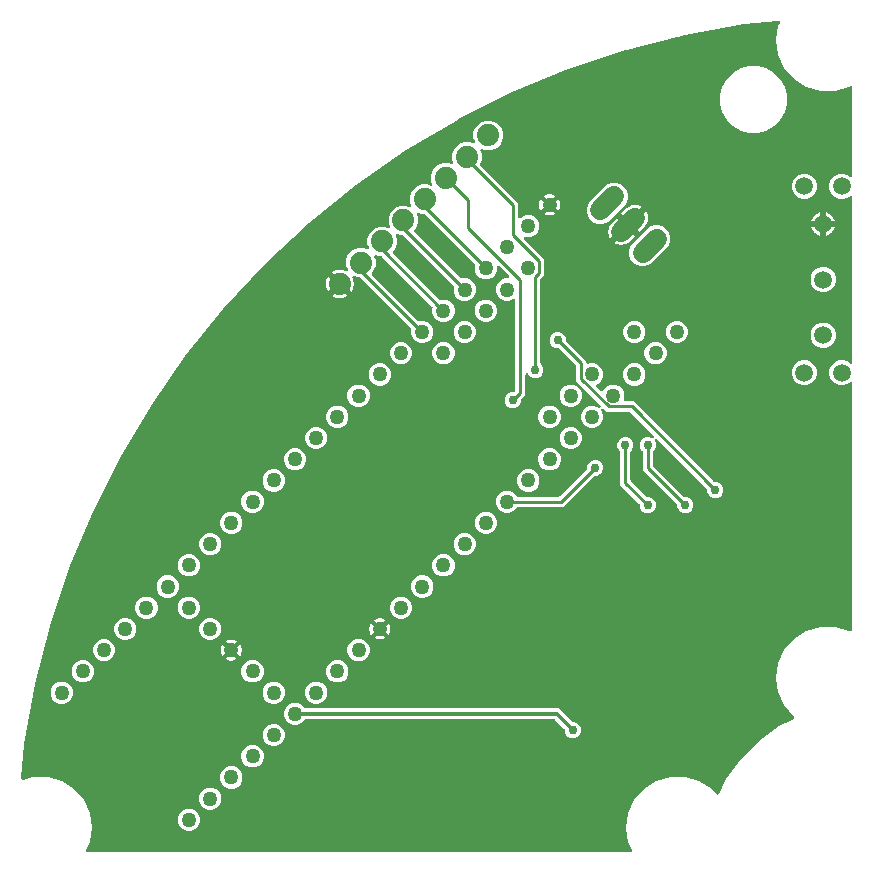
<source format=gbl>
G04 EAGLE Gerber RS-274X export*
G75*
%MOMM*%
%FSLAX34Y34*%
%LPD*%
%INBottom Copper*%
%IPPOS*%
%AMOC8*
5,1,8,0,0,1.08239X$1,22.5*%
G01*
%ADD10C,1.270000*%
%ADD11C,1.508000*%
%ADD12C,1.676400*%
%ADD13C,1.879600*%
%ADD14C,0.756400*%
%ADD15C,0.254000*%
%ADD16C,0.304800*%

G36*
X531582Y10932D02*
X531582Y10932D01*
X531655Y10931D01*
X531739Y10952D01*
X531826Y10963D01*
X531893Y10989D01*
X531964Y11006D01*
X532041Y11047D01*
X532122Y11080D01*
X532180Y11122D01*
X532244Y11156D01*
X532308Y11215D01*
X532379Y11266D01*
X532425Y11322D01*
X532479Y11371D01*
X532526Y11444D01*
X532582Y11511D01*
X532613Y11577D01*
X532652Y11637D01*
X532680Y11720D01*
X532717Y11799D01*
X532731Y11870D01*
X532754Y11939D01*
X532761Y12026D01*
X532777Y12111D01*
X532773Y12184D01*
X532778Y12256D01*
X532763Y12342D01*
X532757Y12429D01*
X532735Y12498D01*
X532723Y12569D01*
X532665Y12719D01*
X529594Y19445D01*
X527824Y31750D01*
X529594Y44055D01*
X534758Y55363D01*
X542899Y64758D01*
X553356Y71479D01*
X565284Y74981D01*
X577716Y74981D01*
X589644Y71479D01*
X600101Y64758D01*
X604115Y60126D01*
X604146Y60098D01*
X604171Y60065D01*
X604264Y59993D01*
X604351Y59914D01*
X604388Y59895D01*
X604421Y59869D01*
X604529Y59822D01*
X604633Y59767D01*
X604674Y59758D01*
X604713Y59741D01*
X604829Y59722D01*
X604943Y59695D01*
X604985Y59696D01*
X605026Y59689D01*
X605144Y59700D01*
X605261Y59702D01*
X605301Y59714D01*
X605343Y59717D01*
X605454Y59756D01*
X605567Y59788D01*
X605604Y59809D01*
X605643Y59823D01*
X605741Y59889D01*
X605843Y59948D01*
X605872Y59977D01*
X605907Y60000D01*
X605985Y60088D01*
X606070Y60170D01*
X606091Y60206D01*
X606119Y60237D01*
X606202Y60376D01*
X612582Y72738D01*
X625176Y89978D01*
X640272Y105074D01*
X657512Y117668D01*
X669472Y123840D01*
X669563Y123903D01*
X669658Y123958D01*
X669693Y123993D01*
X669734Y124020D01*
X669806Y124104D01*
X669885Y124181D01*
X669911Y124223D01*
X669943Y124260D01*
X669993Y124359D01*
X670050Y124453D01*
X670064Y124500D01*
X670086Y124544D01*
X670109Y124652D01*
X670141Y124758D01*
X670143Y124807D01*
X670154Y124855D01*
X670150Y124965D01*
X670154Y125076D01*
X670144Y125124D01*
X670142Y125173D01*
X670111Y125278D01*
X670088Y125387D01*
X670066Y125431D01*
X670052Y125478D01*
X669996Y125572D01*
X669946Y125671D01*
X669900Y125732D01*
X669889Y125751D01*
X669877Y125763D01*
X669849Y125799D01*
X661758Y135137D01*
X656594Y146445D01*
X654824Y158750D01*
X656594Y171055D01*
X661758Y182363D01*
X669898Y191758D01*
X680356Y198479D01*
X692284Y201981D01*
X704716Y201981D01*
X716644Y198479D01*
X717372Y198011D01*
X717375Y198009D01*
X717377Y198007D01*
X717516Y197942D01*
X717659Y197874D01*
X717662Y197873D01*
X717665Y197872D01*
X717816Y197843D01*
X717971Y197812D01*
X717974Y197812D01*
X717978Y197812D01*
X718131Y197821D01*
X718288Y197830D01*
X718292Y197831D01*
X718295Y197832D01*
X718442Y197879D01*
X718591Y197927D01*
X718594Y197929D01*
X718597Y197930D01*
X718729Y198013D01*
X718861Y198095D01*
X718863Y198098D01*
X718866Y198100D01*
X718974Y198214D01*
X719080Y198326D01*
X719082Y198329D01*
X719084Y198331D01*
X719158Y198466D01*
X719235Y198604D01*
X719236Y198607D01*
X719238Y198610D01*
X719276Y198761D01*
X719316Y198911D01*
X719316Y198915D01*
X719317Y198918D01*
X719327Y199079D01*
X719327Y407675D01*
X719310Y407813D01*
X719297Y407952D01*
X719290Y407971D01*
X719287Y407991D01*
X719236Y408120D01*
X719189Y408251D01*
X719178Y408268D01*
X719170Y408287D01*
X719089Y408399D01*
X719011Y408514D01*
X718995Y408528D01*
X718984Y408544D01*
X718876Y408633D01*
X718772Y408725D01*
X718754Y408734D01*
X718739Y408747D01*
X718613Y408806D01*
X718489Y408869D01*
X718469Y408874D01*
X718451Y408882D01*
X718314Y408908D01*
X718179Y408939D01*
X718158Y408938D01*
X718139Y408942D01*
X718000Y408933D01*
X717861Y408929D01*
X717841Y408924D01*
X717821Y408922D01*
X717689Y408880D01*
X717555Y408841D01*
X717538Y408830D01*
X717519Y408824D01*
X717401Y408750D01*
X717281Y408679D01*
X717260Y408661D01*
X717250Y408654D01*
X717236Y408639D01*
X717161Y408573D01*
X716380Y407793D01*
X712489Y406181D01*
X708276Y406181D01*
X704384Y407793D01*
X701406Y410771D01*
X699794Y414663D01*
X699794Y418876D01*
X701406Y422767D01*
X704384Y425746D01*
X708276Y427358D01*
X712489Y427358D01*
X716380Y425746D01*
X717161Y424966D01*
X717270Y424881D01*
X717377Y424792D01*
X717396Y424783D01*
X717412Y424771D01*
X717539Y424716D01*
X717665Y424656D01*
X717685Y424653D01*
X717704Y424644D01*
X717842Y424623D01*
X717978Y424597D01*
X717998Y424598D01*
X718018Y424595D01*
X718157Y424608D01*
X718295Y424616D01*
X718314Y424622D01*
X718334Y424624D01*
X718466Y424672D01*
X718597Y424714D01*
X718615Y424725D01*
X718634Y424732D01*
X718749Y424810D01*
X718866Y424884D01*
X718880Y424899D01*
X718897Y424911D01*
X718989Y425015D01*
X719084Y425116D01*
X719094Y425134D01*
X719107Y425149D01*
X719170Y425273D01*
X719238Y425395D01*
X719243Y425414D01*
X719252Y425432D01*
X719282Y425568D01*
X719317Y425703D01*
X719319Y425731D01*
X719322Y425743D01*
X719321Y425763D01*
X719327Y425863D01*
X719327Y565663D01*
X719310Y565801D01*
X719297Y565940D01*
X719290Y565959D01*
X719287Y565979D01*
X719236Y566108D01*
X719189Y566239D01*
X719178Y566256D01*
X719170Y566275D01*
X719089Y566387D01*
X719011Y566502D01*
X718995Y566516D01*
X718984Y566532D01*
X718876Y566621D01*
X718772Y566713D01*
X718754Y566722D01*
X718739Y566735D01*
X718613Y566794D01*
X718489Y566857D01*
X718469Y566862D01*
X718451Y566870D01*
X718314Y566896D01*
X718179Y566927D01*
X718158Y566926D01*
X718139Y566930D01*
X718000Y566921D01*
X717861Y566917D01*
X717841Y566912D01*
X717821Y566910D01*
X717689Y566868D01*
X717555Y566829D01*
X717538Y566818D01*
X717519Y566812D01*
X717401Y566738D01*
X717281Y566667D01*
X717260Y566649D01*
X717250Y566642D01*
X717236Y566627D01*
X717161Y566561D01*
X716380Y565781D01*
X712489Y564169D01*
X708276Y564169D01*
X704384Y565781D01*
X701406Y568759D01*
X699794Y572651D01*
X699794Y576864D01*
X701406Y580755D01*
X704384Y583734D01*
X708276Y585346D01*
X712489Y585346D01*
X716380Y583734D01*
X717161Y582954D01*
X717270Y582869D01*
X717377Y582780D01*
X717396Y582771D01*
X717412Y582759D01*
X717539Y582704D01*
X717665Y582644D01*
X717685Y582641D01*
X717704Y582632D01*
X717842Y582611D01*
X717978Y582585D01*
X717998Y582586D01*
X718018Y582583D01*
X718157Y582596D01*
X718295Y582604D01*
X718314Y582610D01*
X718334Y582612D01*
X718466Y582660D01*
X718597Y582702D01*
X718615Y582713D01*
X718634Y582720D01*
X718749Y582798D01*
X718866Y582872D01*
X718880Y582887D01*
X718897Y582899D01*
X718989Y583003D01*
X719084Y583104D01*
X719094Y583122D01*
X719107Y583137D01*
X719170Y583261D01*
X719238Y583383D01*
X719243Y583402D01*
X719252Y583420D01*
X719282Y583556D01*
X719317Y583691D01*
X719319Y583719D01*
X719322Y583731D01*
X719321Y583751D01*
X719327Y583851D01*
X719327Y658171D01*
X719327Y658175D01*
X719327Y658178D01*
X719307Y658330D01*
X719287Y658487D01*
X719286Y658490D01*
X719286Y658494D01*
X719228Y658638D01*
X719170Y658783D01*
X719168Y658785D01*
X719167Y658789D01*
X719076Y658912D01*
X718984Y659040D01*
X718981Y659042D01*
X718979Y659045D01*
X718860Y659142D01*
X718739Y659243D01*
X718736Y659244D01*
X718733Y659246D01*
X718591Y659313D01*
X718451Y659378D01*
X718448Y659379D01*
X718444Y659380D01*
X718291Y659409D01*
X718139Y659438D01*
X718135Y659438D01*
X718132Y659439D01*
X717975Y659428D01*
X717821Y659418D01*
X717818Y659417D01*
X717815Y659417D01*
X717665Y659368D01*
X717519Y659320D01*
X717516Y659319D01*
X717512Y659318D01*
X717372Y659239D01*
X716643Y658771D01*
X704716Y655269D01*
X692284Y655269D01*
X680356Y658771D01*
X669899Y665492D01*
X661758Y674887D01*
X656594Y686195D01*
X654824Y698500D01*
X656594Y710805D01*
X657728Y713289D01*
X657770Y713423D01*
X657815Y713555D01*
X657817Y713574D01*
X657823Y713592D01*
X657830Y713732D01*
X657841Y713872D01*
X657838Y713891D01*
X657839Y713910D01*
X657811Y714047D01*
X657788Y714185D01*
X657780Y714203D01*
X657776Y714222D01*
X657715Y714347D01*
X657658Y714476D01*
X657646Y714491D01*
X657638Y714508D01*
X657547Y714615D01*
X657460Y714725D01*
X657445Y714736D01*
X657432Y714751D01*
X657318Y714832D01*
X657206Y714916D01*
X657188Y714924D01*
X657173Y714935D01*
X657042Y714985D01*
X656913Y715039D01*
X656894Y715042D01*
X656876Y715049D01*
X656736Y715065D01*
X656598Y715085D01*
X656572Y715084D01*
X656560Y715085D01*
X656540Y715083D01*
X656437Y715078D01*
X627714Y711981D01*
X627693Y711976D01*
X627624Y711968D01*
X577206Y702857D01*
X577186Y702851D01*
X577118Y702838D01*
X576281Y702624D01*
X571314Y701355D01*
X571313Y701355D01*
X566346Y700086D01*
X561378Y698816D01*
X541507Y693739D01*
X536539Y692470D01*
X531571Y691201D01*
X527478Y690155D01*
X527458Y690147D01*
X527391Y690129D01*
X478781Y673939D01*
X478762Y673930D01*
X478696Y673907D01*
X431365Y654292D01*
X431346Y654282D01*
X431283Y654255D01*
X385471Y631314D01*
X385453Y631302D01*
X385391Y631271D01*
X341331Y605122D01*
X341314Y605109D01*
X341255Y605073D01*
X299172Y575849D01*
X299156Y575835D01*
X299100Y575795D01*
X259208Y543645D01*
X259193Y543629D01*
X259139Y543586D01*
X257860Y542395D01*
X252408Y537318D01*
X252407Y537318D01*
X246955Y532241D01*
X246954Y532241D01*
X245591Y530972D01*
X245591Y530971D01*
X241502Y527164D01*
X240138Y525895D01*
X240138Y525894D01*
X234686Y520818D01*
X234685Y520818D01*
X234685Y520817D01*
X233322Y519548D01*
X229233Y515741D01*
X229232Y515740D01*
X227869Y514471D01*
X222417Y509394D01*
X222416Y509394D01*
X221641Y508673D01*
X221628Y508656D01*
X221577Y508609D01*
X186664Y471111D01*
X186652Y471093D01*
X186605Y471042D01*
X154455Y431150D01*
X154444Y431132D01*
X154401Y431078D01*
X125177Y388995D01*
X125167Y388976D01*
X125128Y388919D01*
X98979Y344859D01*
X98971Y344839D01*
X98936Y344779D01*
X75995Y298967D01*
X75988Y298947D01*
X75958Y298885D01*
X56343Y251554D01*
X56337Y251533D01*
X56311Y251469D01*
X40121Y202859D01*
X40116Y202838D01*
X40095Y202772D01*
X27412Y153132D01*
X27409Y153111D01*
X27393Y153044D01*
X18282Y102626D01*
X18281Y102604D01*
X18269Y102536D01*
X15167Y73766D01*
X15168Y73717D01*
X15160Y73667D01*
X15171Y73558D01*
X15173Y73448D01*
X15186Y73400D01*
X15191Y73351D01*
X15228Y73248D01*
X15257Y73142D01*
X15282Y73099D01*
X15299Y73052D01*
X15361Y72961D01*
X15416Y72866D01*
X15450Y72830D01*
X15478Y72789D01*
X15561Y72717D01*
X15637Y72638D01*
X15680Y72612D01*
X15717Y72579D01*
X15815Y72530D01*
X15909Y72473D01*
X15956Y72458D01*
X16001Y72435D01*
X16108Y72412D01*
X16213Y72380D01*
X16263Y72377D01*
X16312Y72367D01*
X16421Y72370D01*
X16531Y72365D01*
X16580Y72375D01*
X16629Y72377D01*
X16786Y72413D01*
X25534Y74981D01*
X37966Y74981D01*
X49894Y71479D01*
X60351Y64758D01*
X68492Y55363D01*
X73656Y44055D01*
X75426Y31750D01*
X73656Y19445D01*
X70585Y12719D01*
X70563Y12650D01*
X70533Y12585D01*
X70516Y12499D01*
X70490Y12416D01*
X70486Y12343D01*
X70473Y12272D01*
X70478Y12185D01*
X70474Y12098D01*
X70488Y12027D01*
X70492Y11955D01*
X70519Y11872D01*
X70537Y11786D01*
X70568Y11721D01*
X70591Y11653D01*
X70637Y11579D01*
X70675Y11500D01*
X70722Y11445D01*
X70761Y11384D01*
X70824Y11324D01*
X70881Y11257D01*
X70940Y11215D01*
X70992Y11166D01*
X71069Y11124D01*
X71140Y11073D01*
X71208Y11047D01*
X71271Y11012D01*
X71355Y10991D01*
X71437Y10959D01*
X71509Y10951D01*
X71579Y10933D01*
X71739Y10923D01*
X531511Y10923D01*
X531582Y10932D01*
G37*
%LPC*%
G36*
X430441Y386869D02*
X430441Y386869D01*
X427931Y387909D01*
X426009Y389831D01*
X424969Y392341D01*
X424969Y395059D01*
X426009Y397569D01*
X427931Y399491D01*
X430441Y400531D01*
X431997Y400531D01*
X432096Y400543D01*
X432195Y400546D01*
X432253Y400563D01*
X432313Y400571D01*
X432405Y400607D01*
X432500Y400635D01*
X432552Y400665D01*
X432609Y400688D01*
X432689Y400746D01*
X432774Y400796D01*
X432849Y400862D01*
X432866Y400874D01*
X432874Y400884D01*
X432895Y400902D01*
X433460Y401467D01*
X433520Y401545D01*
X433588Y401618D01*
X433617Y401671D01*
X433654Y401718D01*
X433694Y401809D01*
X433742Y401896D01*
X433757Y401955D01*
X433781Y402010D01*
X433796Y402108D01*
X433821Y402204D01*
X433827Y402304D01*
X433831Y402324D01*
X433829Y402337D01*
X433831Y402365D01*
X433831Y478106D01*
X433825Y478155D01*
X433827Y478205D01*
X433805Y478312D01*
X433791Y478421D01*
X433773Y478467D01*
X433763Y478516D01*
X433715Y478615D01*
X433674Y478717D01*
X433645Y478757D01*
X433623Y478802D01*
X433552Y478886D01*
X433488Y478974D01*
X433449Y479006D01*
X433417Y479044D01*
X433327Y479107D01*
X433243Y479177D01*
X433198Y479198D01*
X433157Y479227D01*
X433054Y479266D01*
X432955Y479313D01*
X432906Y479322D01*
X432860Y479340D01*
X432750Y479352D01*
X432643Y479373D01*
X432593Y479369D01*
X432544Y479375D01*
X432435Y479360D01*
X432325Y479353D01*
X432278Y479337D01*
X432229Y479331D01*
X432076Y479278D01*
X428751Y477901D01*
X425012Y477901D01*
X421557Y479332D01*
X418913Y481976D01*
X417483Y485430D01*
X417483Y489169D01*
X418913Y492624D01*
X421557Y495268D01*
X425012Y496698D01*
X427580Y496698D01*
X427717Y496716D01*
X427856Y496729D01*
X427875Y496736D01*
X427895Y496738D01*
X428024Y496789D01*
X428155Y496836D01*
X428172Y496848D01*
X428191Y496855D01*
X428303Y496937D01*
X428418Y497015D01*
X428432Y497030D01*
X428448Y497042D01*
X428537Y497149D01*
X428629Y497254D01*
X428638Y497272D01*
X428651Y497287D01*
X428710Y497413D01*
X428774Y497537D01*
X428778Y497557D01*
X428787Y497575D01*
X428813Y497711D01*
X428843Y497847D01*
X428843Y497867D01*
X428846Y497887D01*
X428838Y498026D01*
X428834Y498165D01*
X428828Y498184D01*
X428827Y498205D01*
X428784Y498336D01*
X428745Y498470D01*
X428735Y498488D01*
X428729Y498507D01*
X428654Y498625D01*
X428584Y498744D01*
X428565Y498766D01*
X428558Y498776D01*
X428544Y498790D01*
X428477Y498865D01*
X420486Y506856D01*
X420398Y506925D01*
X420364Y506956D01*
X420347Y506966D01*
X420269Y507030D01*
X420251Y507039D01*
X420235Y507051D01*
X420107Y507107D01*
X419982Y507166D01*
X419962Y507169D01*
X419943Y507177D01*
X419805Y507199D01*
X419669Y507225D01*
X419649Y507224D01*
X419629Y507227D01*
X419490Y507214D01*
X419352Y507206D01*
X419333Y507199D01*
X419312Y507197D01*
X419181Y507150D01*
X419049Y507108D01*
X419032Y507097D01*
X419013Y507090D01*
X418898Y507012D01*
X418781Y506937D01*
X418767Y506923D01*
X418750Y506911D01*
X418658Y506807D01*
X418563Y506706D01*
X418553Y506688D01*
X418539Y506673D01*
X418476Y506549D01*
X418409Y506427D01*
X418404Y506408D01*
X418395Y506390D01*
X418364Y506254D01*
X418330Y506119D01*
X418328Y506091D01*
X418325Y506079D01*
X418326Y506059D01*
X418323Y506017D01*
X418322Y506011D01*
X418322Y506005D01*
X418319Y505959D01*
X418319Y503391D01*
X416889Y499936D01*
X414245Y497292D01*
X410790Y495861D01*
X407051Y495861D01*
X403597Y497292D01*
X400953Y499936D01*
X399522Y503391D01*
X399522Y507130D01*
X399614Y507351D01*
X399622Y507380D01*
X399635Y507406D01*
X399663Y507533D01*
X399698Y507658D01*
X399698Y507688D01*
X399705Y507716D01*
X399701Y507846D01*
X399703Y507976D01*
X399696Y508005D01*
X399695Y508034D01*
X399659Y508159D01*
X399629Y508285D01*
X399615Y508312D01*
X399607Y508340D01*
X399541Y508451D01*
X399480Y508566D01*
X399460Y508588D01*
X399445Y508614D01*
X399339Y508735D01*
X356964Y551110D01*
X356885Y551171D01*
X356813Y551238D01*
X356760Y551268D01*
X356712Y551305D01*
X356621Y551344D01*
X356535Y551392D01*
X356476Y551407D01*
X356420Y551431D01*
X356322Y551447D01*
X356227Y551471D01*
X356127Y551478D01*
X356106Y551481D01*
X356094Y551480D01*
X356066Y551482D01*
X354533Y551482D01*
X352178Y552457D01*
X352044Y552494D01*
X351911Y552535D01*
X351890Y552536D01*
X351871Y552541D01*
X351731Y552543D01*
X351593Y552550D01*
X351573Y552546D01*
X351553Y552546D01*
X351417Y552514D01*
X351282Y552486D01*
X351263Y552477D01*
X351244Y552472D01*
X351121Y552407D01*
X350996Y552346D01*
X350980Y552333D01*
X350963Y552323D01*
X350860Y552230D01*
X350754Y552139D01*
X350742Y552123D01*
X350727Y552109D01*
X350651Y551993D01*
X350571Y551879D01*
X350564Y551861D01*
X350552Y551844D01*
X350507Y551712D01*
X350458Y551582D01*
X350456Y551562D01*
X350449Y551543D01*
X350438Y551404D01*
X350423Y551266D01*
X350426Y551246D01*
X350424Y551226D01*
X350448Y551089D01*
X350467Y550951D01*
X350476Y550925D01*
X350478Y550912D01*
X350487Y550894D01*
X350519Y550799D01*
X351495Y548444D01*
X351495Y543492D01*
X349600Y538917D01*
X348423Y537740D01*
X348350Y537646D01*
X348271Y537557D01*
X348252Y537521D01*
X348228Y537489D01*
X348180Y537380D01*
X348126Y537273D01*
X348117Y537234D01*
X348101Y537197D01*
X348083Y537079D01*
X348057Y536963D01*
X348058Y536923D01*
X348051Y536883D01*
X348063Y536764D01*
X348066Y536645D01*
X348077Y536606D01*
X348081Y536566D01*
X348122Y536454D01*
X348155Y536340D01*
X348175Y536305D01*
X348189Y536267D01*
X348256Y536168D01*
X348316Y536066D01*
X348356Y536021D01*
X348367Y536004D01*
X348383Y535990D01*
X348423Y535945D01*
X387486Y496882D01*
X387509Y496864D01*
X387528Y496841D01*
X387634Y496767D01*
X387737Y496687D01*
X387764Y496675D01*
X387788Y496658D01*
X387910Y496612D01*
X388029Y496560D01*
X388058Y496556D01*
X388086Y496545D01*
X388215Y496531D01*
X388343Y496511D01*
X388372Y496513D01*
X388402Y496510D01*
X388530Y496528D01*
X388660Y496540D01*
X388687Y496550D01*
X388717Y496555D01*
X388869Y496607D01*
X389091Y496698D01*
X392830Y496698D01*
X396284Y495268D01*
X398928Y492624D01*
X400359Y489169D01*
X400359Y485430D01*
X398928Y481976D01*
X396284Y479332D01*
X392830Y477901D01*
X389091Y477901D01*
X385636Y479332D01*
X382992Y481976D01*
X381561Y485430D01*
X381561Y489169D01*
X381653Y489391D01*
X381661Y489419D01*
X381675Y489446D01*
X381703Y489572D01*
X381737Y489698D01*
X381738Y489727D01*
X381744Y489756D01*
X381740Y489886D01*
X381742Y490016D01*
X381735Y490044D01*
X381735Y490074D01*
X381698Y490198D01*
X381668Y490325D01*
X381654Y490351D01*
X381646Y490379D01*
X381580Y490491D01*
X381519Y490606D01*
X381500Y490628D01*
X381485Y490653D01*
X381378Y490774D01*
X339003Y533149D01*
X338925Y533210D01*
X338853Y533278D01*
X338800Y533307D01*
X338752Y533344D01*
X338661Y533384D01*
X338574Y533431D01*
X338516Y533447D01*
X338460Y533471D01*
X338362Y533486D01*
X338266Y533511D01*
X338166Y533517D01*
X338146Y533520D01*
X338133Y533519D01*
X338105Y533521D01*
X336572Y533521D01*
X334217Y534497D01*
X334083Y534533D01*
X333950Y534574D01*
X333930Y534575D01*
X333910Y534581D01*
X333771Y534583D01*
X333632Y534589D01*
X333613Y534585D01*
X333592Y534586D01*
X333456Y534553D01*
X333321Y534525D01*
X333303Y534516D01*
X333283Y534511D01*
X333160Y534446D01*
X333035Y534385D01*
X333020Y534372D01*
X333002Y534363D01*
X332899Y534269D01*
X332793Y534179D01*
X332782Y534162D01*
X332767Y534149D01*
X332690Y534032D01*
X332610Y533919D01*
X332603Y533900D01*
X332592Y533883D01*
X332547Y533752D01*
X332498Y533622D01*
X332495Y533601D01*
X332489Y533582D01*
X332478Y533444D01*
X332462Y533306D01*
X332465Y533285D01*
X332463Y533265D01*
X332487Y533128D01*
X332507Y532991D01*
X332516Y532964D01*
X332518Y532952D01*
X332526Y532933D01*
X332559Y532838D01*
X333534Y530483D01*
X333534Y525531D01*
X331639Y520957D01*
X330462Y519779D01*
X330389Y519686D01*
X330310Y519596D01*
X330292Y519560D01*
X330267Y519528D01*
X330220Y519419D01*
X330166Y519313D01*
X330157Y519273D01*
X330141Y519236D01*
X330122Y519119D01*
X330096Y519003D01*
X330097Y518962D01*
X330091Y518922D01*
X330102Y518804D01*
X330106Y518685D01*
X330117Y518646D01*
X330121Y518606D01*
X330161Y518493D01*
X330194Y518379D01*
X330215Y518344D01*
X330228Y518306D01*
X330295Y518208D01*
X330356Y518105D01*
X330396Y518060D01*
X330407Y518043D01*
X330422Y518030D01*
X330462Y517984D01*
X369525Y478921D01*
X369549Y478903D01*
X369568Y478881D01*
X369674Y478806D01*
X369777Y478726D01*
X369804Y478715D01*
X369828Y478698D01*
X369949Y478652D01*
X370068Y478600D01*
X370098Y478595D01*
X370125Y478585D01*
X370254Y478571D01*
X370383Y478550D01*
X370412Y478553D01*
X370441Y478550D01*
X370570Y478568D01*
X370699Y478580D01*
X370727Y478590D01*
X370756Y478594D01*
X370909Y478646D01*
X371130Y478738D01*
X374869Y478738D01*
X378324Y477307D01*
X380968Y474663D01*
X382398Y471209D01*
X382398Y467470D01*
X380968Y464015D01*
X378324Y461371D01*
X374869Y459940D01*
X371130Y459940D01*
X367676Y461371D01*
X365032Y464015D01*
X363601Y467470D01*
X363601Y471209D01*
X363693Y471430D01*
X363701Y471459D01*
X363714Y471485D01*
X363742Y471612D01*
X363777Y471737D01*
X363777Y471767D01*
X363784Y471795D01*
X363780Y471925D01*
X363782Y472055D01*
X363775Y472084D01*
X363774Y472113D01*
X363738Y472238D01*
X363708Y472364D01*
X363694Y472391D01*
X363686Y472419D01*
X363620Y472531D01*
X363559Y472646D01*
X363539Y472667D01*
X363524Y472693D01*
X363418Y472814D01*
X321042Y515189D01*
X320964Y515250D01*
X320892Y515317D01*
X320839Y515347D01*
X320791Y515384D01*
X320700Y515423D01*
X320614Y515471D01*
X320555Y515486D01*
X320499Y515510D01*
X320401Y515526D01*
X320306Y515550D01*
X320206Y515557D01*
X320185Y515560D01*
X320173Y515559D01*
X320145Y515561D01*
X318612Y515561D01*
X316257Y516536D01*
X316122Y516573D01*
X315990Y516614D01*
X315969Y516615D01*
X315950Y516620D01*
X315810Y516622D01*
X315672Y516629D01*
X315652Y516625D01*
X315632Y516625D01*
X315496Y516593D01*
X315360Y516565D01*
X315342Y516556D01*
X315323Y516551D01*
X315200Y516486D01*
X315075Y516425D01*
X315059Y516412D01*
X315041Y516402D01*
X314939Y516309D01*
X314833Y516219D01*
X314821Y516202D01*
X314806Y516188D01*
X314730Y516072D01*
X314650Y515958D01*
X314643Y515940D01*
X314631Y515923D01*
X314586Y515791D01*
X314537Y515661D01*
X314535Y515641D01*
X314528Y515622D01*
X314517Y515483D01*
X314502Y515345D01*
X314505Y515325D01*
X314503Y515305D01*
X314527Y515168D01*
X314546Y515030D01*
X314555Y515004D01*
X314557Y514991D01*
X314566Y514973D01*
X314598Y514878D01*
X315574Y512523D01*
X315574Y507571D01*
X313679Y502996D01*
X312502Y501819D01*
X312429Y501725D01*
X312350Y501636D01*
X312331Y501600D01*
X312307Y501568D01*
X312259Y501459D01*
X312205Y501352D01*
X312196Y501313D01*
X312180Y501276D01*
X312162Y501158D01*
X312136Y501042D01*
X312137Y501002D01*
X312130Y500962D01*
X312142Y500843D01*
X312145Y500724D01*
X312156Y500685D01*
X312160Y500645D01*
X312201Y500533D01*
X312234Y500419D01*
X312254Y500384D01*
X312268Y500346D01*
X312335Y500247D01*
X312395Y500145D01*
X312435Y500100D01*
X312446Y500083D01*
X312462Y500069D01*
X312502Y500024D01*
X351565Y460961D01*
X351588Y460943D01*
X351607Y460920D01*
X351713Y460846D01*
X351816Y460766D01*
X351843Y460754D01*
X351867Y460737D01*
X351989Y460691D01*
X352108Y460639D01*
X352137Y460635D01*
X352165Y460624D01*
X352294Y460610D01*
X352422Y460590D01*
X352451Y460592D01*
X352481Y460589D01*
X352609Y460607D01*
X352739Y460619D01*
X352766Y460629D01*
X352796Y460634D01*
X352948Y460686D01*
X353170Y460777D01*
X356909Y460777D01*
X360363Y459347D01*
X363007Y456703D01*
X364438Y453248D01*
X364438Y449509D01*
X363007Y446055D01*
X360363Y443411D01*
X356909Y441980D01*
X353170Y441980D01*
X349715Y443411D01*
X347071Y446055D01*
X345640Y449509D01*
X345640Y453248D01*
X345732Y453470D01*
X345740Y453498D01*
X345754Y453525D01*
X345782Y453651D01*
X345816Y453777D01*
X345817Y453806D01*
X345823Y453835D01*
X345819Y453965D01*
X345821Y454095D01*
X345814Y454123D01*
X345814Y454153D01*
X345777Y454277D01*
X345747Y454404D01*
X345733Y454430D01*
X345725Y454458D01*
X345659Y454570D01*
X345598Y454685D01*
X345579Y454707D01*
X345564Y454732D01*
X345457Y454853D01*
X303082Y497228D01*
X303004Y497289D01*
X302932Y497357D01*
X302879Y497386D01*
X302831Y497423D01*
X302740Y497463D01*
X302653Y497510D01*
X302595Y497525D01*
X302539Y497550D01*
X302441Y497565D01*
X302345Y497590D01*
X302245Y497596D01*
X302225Y497599D01*
X302212Y497598D01*
X302184Y497600D01*
X300651Y497600D01*
X297625Y498853D01*
X297597Y498861D01*
X297570Y498875D01*
X297443Y498903D01*
X297319Y498937D01*
X297289Y498938D01*
X297260Y498944D01*
X297130Y498940D01*
X297001Y498942D01*
X296972Y498935D01*
X296942Y498934D01*
X296818Y498898D01*
X296691Y498868D01*
X296665Y498854D01*
X296636Y498846D01*
X296525Y498780D01*
X296410Y498720D01*
X296388Y498699D01*
X296362Y498684D01*
X296271Y498593D01*
X296175Y498506D01*
X296159Y498481D01*
X296137Y498460D01*
X296071Y498348D01*
X296000Y498240D01*
X295990Y498212D01*
X295975Y498186D01*
X295939Y498062D01*
X295897Y497939D01*
X295895Y497909D01*
X295886Y497881D01*
X295882Y497752D01*
X295872Y497622D01*
X295877Y497593D01*
X295876Y497563D01*
X295904Y497437D01*
X295926Y497309D01*
X295938Y497281D01*
X295945Y497252D01*
X296009Y497105D01*
X296231Y496669D01*
X296811Y494882D01*
X297105Y493026D01*
X297105Y491147D01*
X296811Y489291D01*
X296231Y487503D01*
X295378Y485829D01*
X295225Y485619D01*
X287860Y492984D01*
X287766Y493057D01*
X287677Y493135D01*
X287641Y493154D01*
X287609Y493179D01*
X287500Y493226D01*
X287394Y493280D01*
X287354Y493289D01*
X287317Y493305D01*
X287199Y493324D01*
X287083Y493350D01*
X287043Y493348D01*
X287003Y493355D01*
X286884Y493344D01*
X286765Y493340D01*
X286727Y493329D01*
X286686Y493325D01*
X286574Y493285D01*
X286460Y493252D01*
X286425Y493231D01*
X286387Y493217D01*
X286289Y493151D01*
X286186Y493090D01*
X286141Y493050D01*
X286124Y493039D01*
X286110Y493024D01*
X286065Y492984D01*
X285167Y492085D01*
X285165Y492086D01*
X286064Y492985D01*
X286137Y493079D01*
X286216Y493168D01*
X286234Y493204D01*
X286259Y493236D01*
X286306Y493346D01*
X286360Y493451D01*
X286369Y493491D01*
X286385Y493528D01*
X286404Y493646D01*
X286430Y493762D01*
X286429Y493802D01*
X286435Y493842D01*
X286424Y493961D01*
X286420Y494080D01*
X286409Y494118D01*
X286405Y494159D01*
X286365Y494271D01*
X286332Y494385D01*
X286311Y494420D01*
X286298Y494458D01*
X286231Y494557D01*
X286170Y494659D01*
X286131Y494704D01*
X286119Y494721D01*
X286104Y494735D01*
X286064Y494780D01*
X278699Y502145D01*
X278909Y502297D01*
X280584Y503150D01*
X282371Y503731D01*
X284227Y504025D01*
X286106Y504025D01*
X287962Y503731D01*
X289749Y503150D01*
X290185Y502929D01*
X290213Y502918D01*
X290238Y502903D01*
X290362Y502865D01*
X290484Y502821D01*
X290514Y502818D01*
X290542Y502809D01*
X290671Y502803D01*
X290801Y502791D01*
X290830Y502795D01*
X290860Y502794D01*
X290986Y502820D01*
X291115Y502840D01*
X291142Y502852D01*
X291171Y502858D01*
X291288Y502915D01*
X291407Y502967D01*
X291430Y502985D01*
X291457Y502998D01*
X291556Y503082D01*
X291658Y503161D01*
X291676Y503185D01*
X291699Y503204D01*
X291774Y503310D01*
X291853Y503413D01*
X291865Y503440D01*
X291882Y503464D01*
X291928Y503585D01*
X291980Y503704D01*
X291984Y503734D01*
X291995Y503762D01*
X292009Y503891D01*
X292030Y504018D01*
X292027Y504048D01*
X292030Y504078D01*
X292012Y504206D01*
X292000Y504335D01*
X291990Y504363D01*
X291986Y504393D01*
X291934Y504545D01*
X290680Y507571D01*
X290680Y512523D01*
X292575Y517097D01*
X296077Y520599D01*
X300651Y522494D01*
X305603Y522494D01*
X307958Y521518D01*
X308092Y521481D01*
X308225Y521440D01*
X308245Y521439D01*
X308265Y521434D01*
X308404Y521432D01*
X308543Y521425D01*
X308562Y521429D01*
X308583Y521429D01*
X308719Y521462D01*
X308854Y521490D01*
X308872Y521498D01*
X308892Y521503D01*
X309015Y521568D01*
X309140Y521629D01*
X309155Y521642D01*
X309173Y521652D01*
X309276Y521745D01*
X309382Y521836D01*
X309393Y521852D01*
X309408Y521866D01*
X309485Y521982D01*
X309565Y522096D01*
X309572Y522114D01*
X309583Y522131D01*
X309628Y522263D01*
X309678Y522393D01*
X309680Y522413D01*
X309686Y522432D01*
X309697Y522571D01*
X309713Y522709D01*
X309710Y522729D01*
X309712Y522749D01*
X309688Y522886D01*
X309668Y523024D01*
X309659Y523051D01*
X309657Y523063D01*
X309649Y523081D01*
X309616Y523176D01*
X308641Y525531D01*
X308641Y530483D01*
X310536Y535058D01*
X314037Y538559D01*
X318612Y540454D01*
X323563Y540454D01*
X325919Y539479D01*
X326053Y539442D01*
X326185Y539401D01*
X326206Y539400D01*
X326225Y539395D01*
X326365Y539392D01*
X326503Y539386D01*
X326523Y539390D01*
X326543Y539390D01*
X326679Y539422D01*
X326815Y539450D01*
X326833Y539459D01*
X326852Y539464D01*
X326975Y539529D01*
X327100Y539590D01*
X327116Y539603D01*
X327134Y539612D01*
X327236Y539706D01*
X327342Y539796D01*
X327354Y539813D01*
X327369Y539826D01*
X327445Y539942D01*
X327525Y540056D01*
X327533Y540075D01*
X327544Y540092D01*
X327589Y540224D01*
X327638Y540354D01*
X327640Y540374D01*
X327647Y540393D01*
X327658Y540531D01*
X327673Y540670D01*
X327671Y540690D01*
X327672Y540710D01*
X327648Y540847D01*
X327629Y540985D01*
X327620Y541011D01*
X327618Y541023D01*
X327609Y541042D01*
X327577Y541137D01*
X326601Y543492D01*
X326601Y548444D01*
X328496Y553018D01*
X331998Y556520D01*
X336572Y558415D01*
X341524Y558415D01*
X343879Y557439D01*
X344013Y557402D01*
X344146Y557361D01*
X344166Y557360D01*
X344186Y557355D01*
X344325Y557353D01*
X344464Y557346D01*
X344483Y557350D01*
X344504Y557350D01*
X344640Y557383D01*
X344775Y557411D01*
X344793Y557419D01*
X344813Y557424D01*
X344936Y557489D01*
X345061Y557550D01*
X345076Y557563D01*
X345094Y557573D01*
X345197Y557666D01*
X345303Y557757D01*
X345314Y557773D01*
X345329Y557787D01*
X345406Y557903D01*
X345486Y558017D01*
X345493Y558036D01*
X345504Y558053D01*
X345549Y558184D01*
X345599Y558314D01*
X345601Y558334D01*
X345607Y558353D01*
X345618Y558492D01*
X345634Y558630D01*
X345631Y558650D01*
X345633Y558670D01*
X345609Y558808D01*
X345589Y558945D01*
X345580Y558972D01*
X345578Y558984D01*
X345570Y559002D01*
X345537Y559097D01*
X344562Y561452D01*
X344562Y566404D01*
X346457Y570979D01*
X349958Y574480D01*
X354533Y576375D01*
X359484Y576375D01*
X361840Y575399D01*
X361974Y575363D01*
X362107Y575322D01*
X362127Y575321D01*
X362146Y575316D01*
X362286Y575313D01*
X362424Y575307D01*
X362444Y575311D01*
X362464Y575310D01*
X362600Y575343D01*
X362736Y575371D01*
X362754Y575380D01*
X362774Y575385D01*
X362896Y575450D01*
X363021Y575511D01*
X363037Y575524D01*
X363055Y575533D01*
X363158Y575627D01*
X363263Y575717D01*
X363275Y575734D01*
X363290Y575747D01*
X363366Y575863D01*
X363446Y575977D01*
X363454Y575996D01*
X363465Y576013D01*
X363510Y576145D01*
X363559Y576275D01*
X363561Y576295D01*
X363568Y576314D01*
X363579Y576452D01*
X363594Y576591D01*
X363592Y576611D01*
X363593Y576631D01*
X363569Y576768D01*
X363550Y576905D01*
X363541Y576932D01*
X363539Y576944D01*
X363530Y576963D01*
X363498Y577058D01*
X362522Y579413D01*
X362522Y584365D01*
X364417Y588939D01*
X367919Y592441D01*
X372493Y594336D01*
X377445Y594336D01*
X379800Y593360D01*
X379934Y593323D01*
X380067Y593282D01*
X380087Y593281D01*
X380107Y593276D01*
X380246Y593274D01*
X380385Y593267D01*
X380404Y593271D01*
X380425Y593271D01*
X380561Y593304D01*
X380696Y593332D01*
X380714Y593340D01*
X380734Y593345D01*
X380857Y593410D01*
X380982Y593471D01*
X380997Y593484D01*
X381015Y593494D01*
X381118Y593587D01*
X381224Y593678D01*
X381235Y593694D01*
X381250Y593708D01*
X381327Y593824D01*
X381407Y593938D01*
X381414Y593957D01*
X381425Y593974D01*
X381470Y594105D01*
X381520Y594235D01*
X381522Y594255D01*
X381528Y594274D01*
X381539Y594413D01*
X381555Y594551D01*
X381552Y594571D01*
X381554Y594591D01*
X381530Y594729D01*
X381510Y594866D01*
X381501Y594893D01*
X381499Y594905D01*
X381491Y594923D01*
X381458Y595018D01*
X380483Y597373D01*
X380483Y602325D01*
X382378Y606900D01*
X385879Y610401D01*
X390454Y612296D01*
X395405Y612296D01*
X397761Y611321D01*
X397895Y611284D01*
X398028Y611243D01*
X398048Y611242D01*
X398067Y611237D01*
X398207Y611234D01*
X398345Y611228D01*
X398365Y611232D01*
X398385Y611232D01*
X398521Y611264D01*
X398657Y611292D01*
X398675Y611301D01*
X398695Y611306D01*
X398818Y611371D01*
X398942Y611432D01*
X398958Y611445D01*
X398976Y611454D01*
X399079Y611548D01*
X399184Y611638D01*
X399196Y611655D01*
X399211Y611668D01*
X399288Y611785D01*
X399367Y611898D01*
X399375Y611917D01*
X399386Y611934D01*
X399431Y612066D01*
X399480Y612196D01*
X399482Y612216D01*
X399489Y612235D01*
X399500Y612373D01*
X399515Y612512D01*
X399513Y612532D01*
X399514Y612552D01*
X399490Y612689D01*
X399471Y612827D01*
X399462Y612853D01*
X399460Y612865D01*
X399451Y612884D01*
X399419Y612979D01*
X398443Y615334D01*
X398443Y620286D01*
X400338Y624860D01*
X403840Y628362D01*
X408414Y630257D01*
X413366Y630257D01*
X417941Y628362D01*
X421442Y624860D01*
X423337Y620286D01*
X423337Y615334D01*
X421442Y610759D01*
X417941Y607258D01*
X413366Y605363D01*
X408414Y605363D01*
X406059Y606339D01*
X405925Y606375D01*
X405792Y606416D01*
X405772Y606417D01*
X405752Y606423D01*
X405613Y606425D01*
X405474Y606431D01*
X405455Y606427D01*
X405434Y606428D01*
X405299Y606395D01*
X405163Y606367D01*
X405145Y606358D01*
X405125Y606354D01*
X405002Y606289D01*
X404877Y606227D01*
X404862Y606214D01*
X404844Y606205D01*
X404741Y606111D01*
X404635Y606021D01*
X404624Y606005D01*
X404609Y605991D01*
X404532Y605875D01*
X404452Y605761D01*
X404445Y605742D01*
X404434Y605725D01*
X404389Y605594D01*
X404340Y605464D01*
X404337Y605444D01*
X404331Y605424D01*
X404320Y605286D01*
X404304Y605148D01*
X404307Y605128D01*
X404305Y605107D01*
X404329Y604970D01*
X404349Y604833D01*
X404358Y604806D01*
X404360Y604794D01*
X404368Y604775D01*
X404401Y604680D01*
X405376Y602325D01*
X405376Y597373D01*
X403931Y593885D01*
X403923Y593856D01*
X403910Y593830D01*
X403881Y593703D01*
X403847Y593578D01*
X403847Y593548D01*
X403840Y593519D01*
X403844Y593390D01*
X403842Y593260D01*
X403849Y593231D01*
X403850Y593202D01*
X403886Y593077D01*
X403916Y592951D01*
X403930Y592924D01*
X403938Y592896D01*
X404004Y592784D01*
X404065Y592669D01*
X404085Y592648D01*
X404100Y592622D01*
X404206Y592501D01*
X436119Y560589D01*
X436119Y548814D01*
X436136Y548676D01*
X436149Y548538D01*
X436156Y548519D01*
X436159Y548499D01*
X436210Y548369D01*
X436257Y548239D01*
X436268Y548222D01*
X436276Y548203D01*
X436357Y548091D01*
X436435Y547975D01*
X436451Y547962D01*
X436462Y547946D01*
X436570Y547857D01*
X436674Y547765D01*
X436692Y547756D01*
X436707Y547743D01*
X436833Y547684D01*
X436957Y547620D01*
X436977Y547616D01*
X436995Y547607D01*
X437132Y547581D01*
X437267Y547551D01*
X437288Y547551D01*
X437307Y547548D01*
X437446Y547556D01*
X437585Y547560D01*
X437605Y547566D01*
X437625Y547567D01*
X437757Y547610D01*
X437891Y547649D01*
X437908Y547659D01*
X437927Y547665D01*
X438045Y547740D01*
X438165Y547810D01*
X438186Y547829D01*
X438196Y547835D01*
X438210Y547850D01*
X438285Y547917D01*
X439518Y549149D01*
X442972Y550580D01*
X446711Y550580D01*
X450166Y549149D01*
X452810Y546505D01*
X454241Y543051D01*
X454241Y539312D01*
X452810Y535857D01*
X450166Y533213D01*
X446711Y531783D01*
X442967Y531783D01*
X442916Y531797D01*
X442851Y531824D01*
X442763Y531838D01*
X442676Y531862D01*
X442606Y531863D01*
X442537Y531874D01*
X442448Y531866D01*
X442358Y531867D01*
X442290Y531851D01*
X442221Y531844D01*
X442136Y531814D01*
X442049Y531793D01*
X441987Y531760D01*
X441921Y531737D01*
X441847Y531686D01*
X441768Y531644D01*
X441716Y531597D01*
X441658Y531558D01*
X441599Y531491D01*
X441532Y531430D01*
X441494Y531372D01*
X441448Y531320D01*
X441407Y531240D01*
X441358Y531165D01*
X441335Y531099D01*
X441303Y531036D01*
X441284Y530949D01*
X441254Y530864D01*
X441249Y530794D01*
X441234Y530726D01*
X441236Y530636D01*
X441229Y530547D01*
X441241Y530478D01*
X441243Y530408D01*
X441268Y530322D01*
X441284Y530234D01*
X441312Y530170D01*
X441332Y530103D01*
X441377Y530025D01*
X441414Y529944D01*
X441458Y529889D01*
X441493Y529829D01*
X441600Y529708D01*
X458305Y513003D01*
X458305Y499684D01*
X455540Y496920D01*
X455480Y496841D01*
X455412Y496769D01*
X455383Y496716D01*
X455346Y496668D01*
X455306Y496577D01*
X455258Y496491D01*
X455243Y496432D01*
X455219Y496376D01*
X455204Y496278D01*
X455179Y496183D01*
X455173Y496083D01*
X455169Y496062D01*
X455171Y496050D01*
X455169Y496022D01*
X455169Y424967D01*
X455181Y424869D01*
X455184Y424770D01*
X455201Y424712D01*
X455209Y424652D01*
X455245Y424559D01*
X455273Y424464D01*
X455303Y424412D01*
X455326Y424356D01*
X455384Y424276D01*
X455434Y424190D01*
X455500Y424115D01*
X455512Y424099D01*
X455522Y424091D01*
X455540Y424070D01*
X456641Y422969D01*
X457681Y420459D01*
X457681Y417741D01*
X456641Y415231D01*
X454719Y413309D01*
X452209Y412269D01*
X449491Y412269D01*
X446981Y413309D01*
X445059Y415231D01*
X444911Y415589D01*
X444876Y415650D01*
X444850Y415715D01*
X444798Y415788D01*
X444753Y415866D01*
X444705Y415916D01*
X444664Y415972D01*
X444594Y416030D01*
X444532Y416094D01*
X444472Y416131D01*
X444419Y416175D01*
X444337Y416213D01*
X444261Y416260D01*
X444194Y416281D01*
X444131Y416311D01*
X444043Y416327D01*
X443957Y416354D01*
X443887Y416357D01*
X443818Y416370D01*
X443729Y416365D01*
X443639Y416369D01*
X443571Y416355D01*
X443501Y416351D01*
X443416Y416323D01*
X443328Y416305D01*
X443265Y416274D01*
X443199Y416253D01*
X443123Y416205D01*
X443042Y416165D01*
X442989Y416120D01*
X442930Y416082D01*
X442868Y416017D01*
X442800Y415959D01*
X442760Y415902D01*
X442712Y415851D01*
X442669Y415772D01*
X442617Y415699D01*
X442592Y415633D01*
X442558Y415572D01*
X442536Y415485D01*
X442504Y415401D01*
X442496Y415332D01*
X442479Y415264D01*
X442469Y415104D01*
X442469Y398261D01*
X439002Y394795D01*
X438942Y394717D01*
X438874Y394644D01*
X438845Y394591D01*
X438808Y394544D01*
X438768Y394453D01*
X438720Y394366D01*
X438705Y394307D01*
X438681Y394252D01*
X438666Y394154D01*
X438641Y394058D01*
X438635Y393958D01*
X438631Y393938D01*
X438633Y393925D01*
X438631Y393897D01*
X438631Y392341D01*
X437591Y389831D01*
X435669Y387909D01*
X433159Y386869D01*
X430441Y386869D01*
G37*
%LPD*%
%LPC*%
G36*
X576491Y297969D02*
X576491Y297969D01*
X573981Y299009D01*
X572059Y300931D01*
X571019Y303441D01*
X571019Y304997D01*
X571007Y305096D01*
X571004Y305195D01*
X570987Y305253D01*
X570979Y305313D01*
X570943Y305405D01*
X570915Y305500D01*
X570885Y305552D01*
X570862Y305609D01*
X570804Y305689D01*
X570754Y305774D01*
X570688Y305849D01*
X570676Y305866D01*
X570666Y305874D01*
X570648Y305895D01*
X541781Y334761D01*
X541781Y349733D01*
X541769Y349831D01*
X541766Y349930D01*
X541749Y349988D01*
X541741Y350048D01*
X541705Y350141D01*
X541677Y350236D01*
X541647Y350288D01*
X541624Y350344D01*
X541566Y350424D01*
X541516Y350510D01*
X541450Y350585D01*
X541438Y350601D01*
X541428Y350609D01*
X541410Y350630D01*
X540309Y351731D01*
X539269Y354241D01*
X539269Y356959D01*
X540309Y359469D01*
X542231Y361391D01*
X544741Y362431D01*
X547459Y362431D01*
X549677Y361512D01*
X549745Y361493D01*
X549809Y361466D01*
X549897Y361451D01*
X549984Y361428D01*
X550054Y361427D01*
X550123Y361416D01*
X550212Y361424D01*
X550302Y361423D01*
X550370Y361439D01*
X550439Y361446D01*
X550524Y361476D01*
X550611Y361497D01*
X550673Y361530D01*
X550739Y361553D01*
X550813Y361604D01*
X550892Y361646D01*
X550944Y361692D01*
X551002Y361732D01*
X551061Y361799D01*
X551128Y361860D01*
X551166Y361918D01*
X551212Y361970D01*
X551253Y362050D01*
X551303Y362125D01*
X551325Y362191D01*
X551357Y362253D01*
X551377Y362341D01*
X551406Y362426D01*
X551411Y362496D01*
X551427Y362564D01*
X551424Y362653D01*
X551431Y362743D01*
X551419Y362812D01*
X551417Y362882D01*
X551392Y362968D01*
X551377Y363056D01*
X551348Y363120D01*
X551328Y363187D01*
X551283Y363264D01*
X551246Y363346D01*
X551202Y363401D01*
X551167Y363461D01*
X551061Y363582D01*
X530980Y383663D01*
X530901Y383723D01*
X530829Y383791D01*
X530776Y383820D01*
X530728Y383858D01*
X530638Y383897D01*
X530551Y383945D01*
X530492Y383960D01*
X530437Y383984D01*
X530339Y383999D01*
X530243Y384024D01*
X530143Y384031D01*
X530123Y384034D01*
X530110Y384033D01*
X530082Y384034D01*
X511107Y384034D01*
X508665Y386477D01*
X508609Y386520D01*
X508561Y386570D01*
X508484Y386617D01*
X508413Y386672D01*
X508349Y386700D01*
X508290Y386736D01*
X508204Y386763D01*
X508122Y386798D01*
X508053Y386809D01*
X507986Y386830D01*
X507896Y386834D01*
X507807Y386848D01*
X507738Y386842D01*
X507668Y386845D01*
X507580Y386827D01*
X507491Y386818D01*
X507425Y386795D01*
X507357Y386781D01*
X507276Y386741D01*
X507192Y386711D01*
X507134Y386672D01*
X507071Y386641D01*
X507003Y386583D01*
X506928Y386532D01*
X506882Y386480D01*
X506829Y386435D01*
X506777Y386361D01*
X506718Y386294D01*
X506686Y386232D01*
X506646Y386175D01*
X506614Y386091D01*
X506573Y386011D01*
X506558Y385942D01*
X506533Y385877D01*
X506523Y385788D01*
X506504Y385700D01*
X506506Y385630D01*
X506498Y385561D01*
X506511Y385472D01*
X506513Y385382D01*
X506533Y385315D01*
X506543Y385246D01*
X506595Y385094D01*
X508122Y381406D01*
X508122Y377667D01*
X506691Y374213D01*
X504047Y371569D01*
X500593Y370138D01*
X496854Y370138D01*
X493399Y371569D01*
X490755Y374213D01*
X489325Y377667D01*
X489325Y381406D01*
X490755Y384861D01*
X493399Y387505D01*
X496854Y388935D01*
X500593Y388935D01*
X504280Y387408D01*
X504348Y387390D01*
X504412Y387362D01*
X504501Y387348D01*
X504587Y387324D01*
X504657Y387323D01*
X504726Y387312D01*
X504815Y387320D01*
X504905Y387319D01*
X504973Y387335D01*
X505043Y387342D01*
X505127Y387372D01*
X505214Y387393D01*
X505276Y387426D01*
X505342Y387449D01*
X505416Y387500D01*
X505496Y387542D01*
X505547Y387589D01*
X505605Y387628D01*
X505665Y387695D01*
X505731Y387756D01*
X505769Y387814D01*
X505815Y387866D01*
X505856Y387946D01*
X505906Y388021D01*
X505928Y388088D01*
X505960Y388150D01*
X505980Y388237D01*
X506009Y388322D01*
X506014Y388392D01*
X506030Y388460D01*
X506027Y388550D01*
X506034Y388639D01*
X506022Y388708D01*
X506020Y388778D01*
X505995Y388864D01*
X505980Y388953D01*
X505951Y389016D01*
X505932Y389083D01*
X505886Y389161D01*
X505849Y389243D01*
X505806Y389297D01*
X505770Y389357D01*
X505664Y389478D01*
X490704Y404437D01*
X490704Y404438D01*
X487703Y407439D01*
X485261Y409881D01*
X485261Y422506D01*
X485248Y422604D01*
X485245Y422703D01*
X485228Y422762D01*
X485221Y422822D01*
X485184Y422914D01*
X485157Y423009D01*
X485126Y423061D01*
X485104Y423117D01*
X485046Y423197D01*
X484995Y423283D01*
X484929Y423358D01*
X484917Y423375D01*
X484907Y423382D01*
X484889Y423404D01*
X470995Y437298D01*
X470917Y437358D01*
X470844Y437426D01*
X470791Y437455D01*
X470744Y437492D01*
X470653Y437532D01*
X470566Y437580D01*
X470507Y437595D01*
X470452Y437619D01*
X470354Y437634D01*
X470258Y437659D01*
X470158Y437665D01*
X470138Y437669D01*
X470125Y437667D01*
X470097Y437669D01*
X468541Y437669D01*
X466031Y438709D01*
X464109Y440631D01*
X463069Y443141D01*
X463069Y445859D01*
X464109Y448369D01*
X466031Y450291D01*
X468541Y451331D01*
X471259Y451331D01*
X473769Y450291D01*
X475691Y448369D01*
X476731Y445859D01*
X476731Y444303D01*
X476743Y444204D01*
X476746Y444105D01*
X476763Y444047D01*
X476771Y443987D01*
X476807Y443895D01*
X476835Y443800D01*
X476865Y443748D01*
X476888Y443691D01*
X476946Y443611D01*
X476996Y443526D01*
X477062Y443451D01*
X477074Y443434D01*
X477084Y443426D01*
X477102Y443405D01*
X493898Y426610D01*
X493898Y425532D01*
X493904Y425482D01*
X493902Y425433D01*
X493924Y425325D01*
X493938Y425216D01*
X493956Y425170D01*
X493966Y425121D01*
X494014Y425023D01*
X494055Y424920D01*
X494084Y424880D01*
X494106Y424836D01*
X494177Y424752D01*
X494242Y424663D01*
X494280Y424631D01*
X494312Y424594D01*
X494402Y424530D01*
X494487Y424460D01*
X494532Y424439D01*
X494572Y424410D01*
X494675Y424371D01*
X494774Y424325D01*
X494823Y424315D01*
X494870Y424298D01*
X494979Y424286D01*
X495087Y424265D01*
X495136Y424268D01*
X495186Y424262D01*
X495295Y424278D01*
X495404Y424285D01*
X495451Y424300D01*
X495501Y424307D01*
X495653Y424359D01*
X496854Y424856D01*
X500593Y424856D01*
X504047Y423426D01*
X506691Y420782D01*
X508122Y417327D01*
X508122Y413588D01*
X506691Y410134D01*
X504047Y407490D01*
X502846Y406992D01*
X502803Y406968D01*
X502757Y406951D01*
X502666Y406889D01*
X502570Y406835D01*
X502535Y406800D01*
X502493Y406772D01*
X502421Y406690D01*
X502342Y406614D01*
X502316Y406571D01*
X502283Y406534D01*
X502233Y406436D01*
X502176Y406342D01*
X502161Y406295D01*
X502138Y406251D01*
X502114Y406143D01*
X502082Y406039D01*
X502080Y405989D01*
X502069Y405940D01*
X502072Y405830D01*
X502067Y405721D01*
X502077Y405672D01*
X502078Y405623D01*
X502109Y405517D01*
X502131Y405409D01*
X502153Y405365D01*
X502167Y405317D01*
X502222Y405223D01*
X502271Y405124D01*
X502303Y405086D01*
X502328Y405043D01*
X502435Y404922D01*
X506148Y401209D01*
X506188Y401178D01*
X506221Y401141D01*
X506313Y401081D01*
X506400Y401014D01*
X506445Y400994D01*
X506487Y400967D01*
X506591Y400931D01*
X506692Y400887D01*
X506741Y400879D01*
X506788Y400863D01*
X506897Y400855D01*
X507006Y400837D01*
X507055Y400842D01*
X507105Y400838D01*
X507213Y400857D01*
X507322Y400867D01*
X507369Y400884D01*
X507418Y400893D01*
X507518Y400938D01*
X507622Y400975D01*
X507663Y401003D01*
X507708Y401023D01*
X507794Y401092D01*
X507885Y401153D01*
X507918Y401191D01*
X507956Y401222D01*
X508023Y401310D01*
X508095Y401392D01*
X508118Y401436D01*
X508148Y401476D01*
X508219Y401620D01*
X508716Y402821D01*
X511360Y405465D01*
X514814Y406896D01*
X518553Y406896D01*
X522008Y405465D01*
X524652Y402821D01*
X526083Y399367D01*
X526083Y395628D01*
X525585Y394427D01*
X525572Y394379D01*
X525551Y394334D01*
X525530Y394226D01*
X525501Y394120D01*
X525500Y394070D01*
X525491Y394022D01*
X525498Y393912D01*
X525496Y393802D01*
X525508Y393754D01*
X525511Y393704D01*
X525545Y393600D01*
X525570Y393493D01*
X525594Y393449D01*
X525609Y393402D01*
X525668Y393309D01*
X525719Y393212D01*
X525752Y393175D01*
X525779Y393133D01*
X525859Y393058D01*
X525933Y392976D01*
X525974Y392949D01*
X526011Y392915D01*
X526107Y392862D01*
X526199Y392802D01*
X526246Y392785D01*
X526289Y392762D01*
X526395Y392734D01*
X526499Y392698D01*
X526549Y392694D01*
X526597Y392682D01*
X526758Y392672D01*
X534186Y392672D01*
X602155Y324702D01*
X602233Y324642D01*
X602306Y324574D01*
X602359Y324545D01*
X602406Y324508D01*
X602497Y324468D01*
X602584Y324420D01*
X602643Y324405D01*
X602698Y324381D01*
X602796Y324366D01*
X602892Y324341D01*
X602992Y324335D01*
X603012Y324331D01*
X603025Y324333D01*
X603053Y324331D01*
X604609Y324331D01*
X607119Y323291D01*
X609041Y321369D01*
X610081Y318859D01*
X610081Y316141D01*
X609041Y313631D01*
X607119Y311709D01*
X604609Y310669D01*
X601891Y310669D01*
X599381Y311709D01*
X597459Y313631D01*
X596419Y316141D01*
X596419Y317697D01*
X596407Y317796D01*
X596404Y317895D01*
X596387Y317953D01*
X596379Y318013D01*
X596343Y318105D01*
X596315Y318200D01*
X596285Y318252D01*
X596262Y318309D01*
X596204Y318389D01*
X596154Y318474D01*
X596088Y318549D01*
X596076Y318566D01*
X596066Y318574D01*
X596048Y318595D01*
X554082Y360561D01*
X554027Y360603D01*
X553978Y360653D01*
X553902Y360700D01*
X553831Y360755D01*
X553766Y360783D01*
X553707Y360820D01*
X553621Y360846D01*
X553539Y360882D01*
X553470Y360893D01*
X553403Y360913D01*
X553314Y360918D01*
X553225Y360932D01*
X553155Y360925D01*
X553085Y360928D01*
X552998Y360910D01*
X552908Y360902D01*
X552842Y360878D01*
X552774Y360864D01*
X552693Y360825D01*
X552609Y360794D01*
X552551Y360755D01*
X552488Y360724D01*
X552420Y360666D01*
X552346Y360616D01*
X552299Y360563D01*
X552246Y360518D01*
X552195Y360445D01*
X552135Y360377D01*
X552103Y360315D01*
X552063Y360258D01*
X552031Y360174D01*
X551991Y360094D01*
X551975Y360026D01*
X551950Y359961D01*
X551941Y359871D01*
X551921Y359784D01*
X551923Y359714D01*
X551915Y359645D01*
X551928Y359556D01*
X551931Y359466D01*
X551950Y359399D01*
X551960Y359330D01*
X552012Y359177D01*
X552931Y356959D01*
X552931Y354241D01*
X551891Y351731D01*
X550790Y350630D01*
X550730Y350552D01*
X550662Y350480D01*
X550633Y350427D01*
X550596Y350379D01*
X550556Y350288D01*
X550508Y350202D01*
X550493Y350143D01*
X550469Y350087D01*
X550454Y349989D01*
X550429Y349894D01*
X550423Y349794D01*
X550419Y349773D01*
X550421Y349761D01*
X550419Y349733D01*
X550419Y338865D01*
X550431Y338766D01*
X550434Y338667D01*
X550451Y338609D01*
X550459Y338549D01*
X550495Y338457D01*
X550523Y338362D01*
X550553Y338310D01*
X550576Y338253D01*
X550634Y338173D01*
X550684Y338088D01*
X550750Y338013D01*
X550762Y337996D01*
X550772Y337988D01*
X550790Y337967D01*
X576755Y312002D01*
X576833Y311942D01*
X576906Y311874D01*
X576959Y311845D01*
X577006Y311808D01*
X577097Y311768D01*
X577184Y311720D01*
X577243Y311705D01*
X577298Y311681D01*
X577396Y311666D01*
X577492Y311641D01*
X577592Y311635D01*
X577612Y311631D01*
X577625Y311633D01*
X577653Y311631D01*
X579209Y311631D01*
X581719Y310591D01*
X583641Y308669D01*
X584681Y306159D01*
X584681Y303441D01*
X583641Y300931D01*
X581719Y299009D01*
X579209Y297969D01*
X576491Y297969D01*
G37*
%LPD*%
%LPC*%
G36*
X631770Y619766D02*
X631770Y619766D01*
X624534Y621705D01*
X618047Y625450D01*
X612750Y630747D01*
X609005Y637234D01*
X607066Y644470D01*
X607066Y651960D01*
X609005Y659196D01*
X612750Y665683D01*
X618047Y670980D01*
X624534Y674725D01*
X631770Y676664D01*
X639260Y676664D01*
X646496Y674725D01*
X652983Y670980D01*
X658280Y665683D01*
X662025Y659196D01*
X663964Y651960D01*
X663964Y644470D01*
X662025Y637234D01*
X658280Y630747D01*
X652983Y625450D01*
X646496Y621705D01*
X639260Y619766D01*
X631770Y619766D01*
G37*
%LPD*%
%LPC*%
G36*
X481241Y107469D02*
X481241Y107469D01*
X478731Y108509D01*
X476809Y110431D01*
X475769Y112941D01*
X475769Y114138D01*
X475757Y114236D01*
X475754Y114335D01*
X475737Y114394D01*
X475729Y114454D01*
X475693Y114546D01*
X475665Y114641D01*
X475635Y114693D01*
X475612Y114749D01*
X475554Y114829D01*
X475504Y114915D01*
X475438Y114990D01*
X475426Y115007D01*
X475416Y115015D01*
X475398Y115036D01*
X467288Y123145D01*
X467210Y123206D01*
X467138Y123274D01*
X467085Y123303D01*
X467037Y123340D01*
X466946Y123379D01*
X466859Y123427D01*
X466801Y123442D01*
X466745Y123466D01*
X466647Y123482D01*
X466551Y123507D01*
X466451Y123513D01*
X466431Y123516D01*
X466419Y123515D01*
X466391Y123517D01*
X256403Y123517D01*
X256374Y123513D01*
X256344Y123515D01*
X256217Y123493D01*
X256088Y123477D01*
X256060Y123466D01*
X256031Y123461D01*
X255913Y123408D01*
X255792Y123360D01*
X255768Y123343D01*
X255741Y123330D01*
X255640Y123249D01*
X255535Y123173D01*
X255516Y123150D01*
X255493Y123132D01*
X255415Y123028D01*
X255332Y122928D01*
X255319Y122901D01*
X255301Y122878D01*
X255249Y122770D01*
X252600Y120122D01*
X249146Y118691D01*
X245407Y118691D01*
X241952Y120122D01*
X239308Y122766D01*
X237877Y126220D01*
X237877Y129959D01*
X239308Y133413D01*
X241952Y136057D01*
X245407Y137488D01*
X249146Y137488D01*
X252600Y136057D01*
X255249Y133408D01*
X255254Y133392D01*
X255324Y133282D01*
X255388Y133170D01*
X255409Y133148D01*
X255424Y133123D01*
X255519Y133034D01*
X255609Y132941D01*
X255635Y132926D01*
X255656Y132905D01*
X255770Y132843D01*
X255880Y132775D01*
X255909Y132766D01*
X255935Y132752D01*
X256060Y132719D01*
X256184Y132681D01*
X256214Y132680D01*
X256243Y132672D01*
X256403Y132662D01*
X470705Y132662D01*
X481864Y121502D01*
X481943Y121442D01*
X482015Y121374D01*
X482068Y121345D01*
X482116Y121308D01*
X482207Y121268D01*
X482293Y121220D01*
X482352Y121205D01*
X482407Y121181D01*
X482505Y121166D01*
X482601Y121141D01*
X482701Y121135D01*
X482722Y121131D01*
X482734Y121133D01*
X482762Y121131D01*
X483959Y121131D01*
X486469Y120091D01*
X488391Y118169D01*
X489431Y115659D01*
X489431Y112941D01*
X488391Y110431D01*
X486469Y108509D01*
X483959Y107469D01*
X481241Y107469D01*
G37*
%LPD*%
%LPC*%
G36*
X425012Y298296D02*
X425012Y298296D01*
X421557Y299727D01*
X418913Y302371D01*
X417483Y305825D01*
X417483Y309564D01*
X418913Y313019D01*
X421557Y315662D01*
X425012Y317093D01*
X428751Y317093D01*
X432205Y315662D01*
X434849Y313019D01*
X434941Y312797D01*
X434956Y312771D01*
X434965Y312743D01*
X435034Y312633D01*
X435098Y312521D01*
X435119Y312499D01*
X435135Y312474D01*
X435229Y312385D01*
X435320Y312292D01*
X435345Y312277D01*
X435366Y312257D01*
X435480Y312194D01*
X435591Y312126D01*
X435619Y312117D01*
X435645Y312103D01*
X435771Y312071D01*
X435895Y312032D01*
X435924Y312031D01*
X435953Y312024D01*
X436114Y312013D01*
X470480Y312013D01*
X470578Y312026D01*
X470677Y312029D01*
X470735Y312046D01*
X470795Y312053D01*
X470888Y312090D01*
X470983Y312117D01*
X471035Y312148D01*
X471091Y312170D01*
X471171Y312228D01*
X471257Y312279D01*
X471332Y312345D01*
X471349Y312357D01*
X471356Y312366D01*
X471377Y312385D01*
X494448Y335455D01*
X494508Y335533D01*
X494576Y335606D01*
X494605Y335659D01*
X494642Y335706D01*
X494682Y335797D01*
X494730Y335884D01*
X494745Y335943D01*
X494769Y335998D01*
X494784Y336096D01*
X494809Y336192D01*
X494815Y336292D01*
X494819Y336312D01*
X494817Y336325D01*
X494819Y336353D01*
X494819Y337909D01*
X495859Y340419D01*
X497781Y342341D01*
X500291Y343381D01*
X503009Y343381D01*
X505519Y342341D01*
X507441Y340419D01*
X508481Y337909D01*
X508481Y335191D01*
X507441Y332681D01*
X505519Y330759D01*
X503009Y329719D01*
X501453Y329719D01*
X501354Y329707D01*
X501255Y329704D01*
X501197Y329687D01*
X501137Y329679D01*
X501045Y329643D01*
X500950Y329615D01*
X500898Y329585D01*
X500841Y329562D01*
X500761Y329504D01*
X500676Y329454D01*
X500601Y329388D01*
X500584Y329376D01*
X500576Y329366D01*
X500555Y329348D01*
X474583Y303376D01*
X436114Y303376D01*
X436084Y303372D01*
X436055Y303375D01*
X435927Y303352D01*
X435798Y303336D01*
X435771Y303325D01*
X435742Y303320D01*
X435623Y303267D01*
X435502Y303219D01*
X435478Y303202D01*
X435452Y303190D01*
X435350Y303108D01*
X435245Y303032D01*
X435226Y303009D01*
X435203Y302991D01*
X435125Y302887D01*
X435042Y302787D01*
X435030Y302760D01*
X435012Y302737D01*
X434941Y302592D01*
X434849Y302371D01*
X432205Y299727D01*
X428751Y298296D01*
X425012Y298296D01*
G37*
%LPD*%
%LPC*%
G36*
X503387Y542851D02*
X503387Y542851D01*
X499186Y544591D01*
X495970Y547807D01*
X494230Y552008D01*
X494230Y556555D01*
X495970Y560757D01*
X511040Y575826D01*
X515241Y577566D01*
X519788Y577566D01*
X523990Y575826D01*
X527205Y572611D01*
X528945Y568409D01*
X528945Y563862D01*
X527205Y559661D01*
X512136Y544591D01*
X507934Y542851D01*
X503387Y542851D01*
G37*
%LPD*%
%LPC*%
G36*
X539308Y506930D02*
X539308Y506930D01*
X535107Y508670D01*
X531891Y511886D01*
X530151Y516087D01*
X530151Y520634D01*
X531891Y524836D01*
X546961Y539905D01*
X551162Y541645D01*
X555709Y541645D01*
X559911Y539905D01*
X563126Y536690D01*
X564866Y532488D01*
X564866Y527941D01*
X563126Y523740D01*
X548057Y508670D01*
X543855Y506930D01*
X539308Y506930D01*
G37*
%LPD*%
%LPC*%
G36*
X544741Y297969D02*
X544741Y297969D01*
X542231Y299009D01*
X540309Y300931D01*
X539269Y303441D01*
X539269Y304997D01*
X539257Y305096D01*
X539254Y305195D01*
X539237Y305253D01*
X539229Y305313D01*
X539193Y305405D01*
X539165Y305500D01*
X539135Y305552D01*
X539112Y305609D01*
X539054Y305689D01*
X539004Y305774D01*
X538938Y305849D01*
X538926Y305866D01*
X538916Y305874D01*
X538898Y305895D01*
X522731Y322061D01*
X522731Y349733D01*
X522719Y349831D01*
X522716Y349930D01*
X522699Y349988D01*
X522691Y350048D01*
X522655Y350141D01*
X522627Y350236D01*
X522597Y350288D01*
X522574Y350344D01*
X522516Y350424D01*
X522466Y350510D01*
X522400Y350585D01*
X522388Y350601D01*
X522378Y350609D01*
X522360Y350630D01*
X521259Y351731D01*
X520219Y354241D01*
X520219Y356959D01*
X521259Y359469D01*
X523181Y361391D01*
X525691Y362431D01*
X528409Y362431D01*
X530919Y361391D01*
X532841Y359469D01*
X533881Y356959D01*
X533881Y354241D01*
X532841Y351731D01*
X531740Y350630D01*
X531680Y350552D01*
X531612Y350480D01*
X531583Y350427D01*
X531546Y350379D01*
X531506Y350288D01*
X531458Y350202D01*
X531443Y350143D01*
X531419Y350087D01*
X531404Y349989D01*
X531379Y349894D01*
X531373Y349794D01*
X531369Y349773D01*
X531371Y349761D01*
X531369Y349733D01*
X531369Y326165D01*
X531381Y326066D01*
X531384Y325967D01*
X531401Y325909D01*
X531409Y325849D01*
X531445Y325757D01*
X531473Y325662D01*
X531503Y325610D01*
X531526Y325553D01*
X531584Y325473D01*
X531634Y325388D01*
X531700Y325313D01*
X531712Y325296D01*
X531722Y325288D01*
X531740Y325267D01*
X545005Y312002D01*
X545083Y311942D01*
X545156Y311874D01*
X545209Y311845D01*
X545256Y311808D01*
X545347Y311768D01*
X545434Y311720D01*
X545493Y311705D01*
X545548Y311681D01*
X545646Y311666D01*
X545742Y311641D01*
X545842Y311635D01*
X545862Y311631D01*
X545875Y311633D01*
X545903Y311631D01*
X547459Y311631D01*
X549969Y310591D01*
X551891Y308669D01*
X552931Y306159D01*
X552931Y303441D01*
X551891Y300931D01*
X549969Y299009D01*
X547459Y297969D01*
X544741Y297969D01*
G37*
%LPD*%
%LPC*%
G36*
X676272Y564169D02*
X676272Y564169D01*
X672380Y565781D01*
X669402Y568759D01*
X667790Y572651D01*
X667790Y576864D01*
X669402Y580755D01*
X672380Y583734D01*
X676272Y585346D01*
X680485Y585346D01*
X684376Y583734D01*
X687355Y580755D01*
X688967Y576864D01*
X688967Y572651D01*
X687355Y568759D01*
X684376Y565781D01*
X680485Y564169D01*
X676272Y564169D01*
G37*
%LPD*%
%LPC*%
G36*
X676272Y406181D02*
X676272Y406181D01*
X672380Y407793D01*
X669402Y410771D01*
X667790Y414663D01*
X667790Y418876D01*
X669402Y422767D01*
X672380Y425746D01*
X676272Y427358D01*
X680485Y427358D01*
X684376Y425746D01*
X687355Y422767D01*
X688967Y418876D01*
X688967Y414663D01*
X687355Y410771D01*
X684376Y407793D01*
X680485Y406181D01*
X676272Y406181D01*
G37*
%LPD*%
%LPC*%
G36*
X692274Y485175D02*
X692274Y485175D01*
X688382Y486787D01*
X685404Y489765D01*
X683792Y493657D01*
X683792Y497870D01*
X685404Y501761D01*
X688382Y504740D01*
X692274Y506352D01*
X696487Y506352D01*
X700378Y504740D01*
X703357Y501761D01*
X704969Y497870D01*
X704969Y493657D01*
X703357Y489765D01*
X700378Y486787D01*
X696487Y485175D01*
X692274Y485175D01*
G37*
%LPD*%
%LPC*%
G36*
X692274Y438185D02*
X692274Y438185D01*
X688382Y439797D01*
X685404Y442775D01*
X683792Y446667D01*
X683792Y450880D01*
X685404Y454771D01*
X688382Y457750D01*
X692274Y459362D01*
X696487Y459362D01*
X700378Y457750D01*
X703357Y454771D01*
X704969Y450880D01*
X704969Y446667D01*
X703357Y442775D01*
X700378Y439797D01*
X696487Y438185D01*
X692274Y438185D01*
G37*
%LPD*%
%LPC*%
G36*
X173565Y190533D02*
X173565Y190533D01*
X170110Y191964D01*
X167466Y194608D01*
X166035Y198062D01*
X166035Y201801D01*
X167466Y205255D01*
X170110Y207899D01*
X173565Y209330D01*
X177304Y209330D01*
X180758Y207899D01*
X183402Y205255D01*
X184833Y201801D01*
X184833Y198062D01*
X183402Y194608D01*
X180758Y191964D01*
X177304Y190533D01*
X173565Y190533D01*
G37*
%LPD*%
%LPC*%
G36*
X209486Y154612D02*
X209486Y154612D01*
X206031Y156043D01*
X203387Y158687D01*
X201956Y162141D01*
X201956Y165880D01*
X203387Y169334D01*
X206031Y171978D01*
X209486Y173409D01*
X213225Y173409D01*
X216679Y171978D01*
X219323Y169334D01*
X220754Y165880D01*
X220754Y162141D01*
X219323Y158687D01*
X216679Y156043D01*
X213225Y154612D01*
X209486Y154612D01*
G37*
%LPD*%
%LPC*%
G36*
X299288Y172572D02*
X299288Y172572D01*
X295834Y174003D01*
X293190Y176647D01*
X291759Y180101D01*
X291759Y183841D01*
X293190Y187295D01*
X295834Y189939D01*
X299288Y191370D01*
X303027Y191370D01*
X306482Y189939D01*
X309126Y187295D01*
X310556Y183841D01*
X310556Y180101D01*
X309126Y176647D01*
X306482Y174003D01*
X303027Y172572D01*
X299288Y172572D01*
G37*
%LPD*%
%LPC*%
G36*
X83762Y172572D02*
X83762Y172572D01*
X80308Y174003D01*
X77664Y176647D01*
X76233Y180101D01*
X76233Y183841D01*
X77664Y187295D01*
X80308Y189939D01*
X83762Y191370D01*
X87501Y191370D01*
X90955Y189939D01*
X93599Y187295D01*
X95030Y183841D01*
X95030Y180101D01*
X93599Y176647D01*
X90955Y174003D01*
X87501Y172572D01*
X83762Y172572D01*
G37*
%LPD*%
%LPC*%
G36*
X281328Y154612D02*
X281328Y154612D01*
X277873Y156043D01*
X275229Y158687D01*
X273798Y162141D01*
X273798Y165880D01*
X275229Y169334D01*
X277873Y171978D01*
X281328Y173409D01*
X285067Y173409D01*
X288521Y171978D01*
X291165Y169334D01*
X292596Y165880D01*
X292596Y162141D01*
X291165Y158687D01*
X288521Y156043D01*
X285067Y154612D01*
X281328Y154612D01*
G37*
%LPD*%
%LPC*%
G36*
X460933Y334217D02*
X460933Y334217D01*
X457478Y335648D01*
X454834Y338292D01*
X453404Y341746D01*
X453404Y345485D01*
X454834Y348940D01*
X457478Y351584D01*
X460933Y353014D01*
X464672Y353014D01*
X468126Y351584D01*
X470770Y348940D01*
X472201Y345485D01*
X472201Y341746D01*
X470770Y338292D01*
X468126Y335648D01*
X464672Y334217D01*
X460933Y334217D01*
G37*
%LPD*%
%LPC*%
G36*
X65801Y154612D02*
X65801Y154612D01*
X62347Y156043D01*
X59703Y158687D01*
X58272Y162141D01*
X58272Y165880D01*
X59703Y169334D01*
X62347Y171978D01*
X65801Y173409D01*
X69541Y173409D01*
X72995Y171978D01*
X75639Y169334D01*
X77070Y165880D01*
X77070Y162141D01*
X75639Y158687D01*
X72995Y156043D01*
X69541Y154612D01*
X65801Y154612D01*
G37*
%LPD*%
%LPC*%
G36*
X47841Y136651D02*
X47841Y136651D01*
X44387Y138082D01*
X41743Y140726D01*
X40312Y144180D01*
X40312Y147920D01*
X41743Y151374D01*
X44387Y154018D01*
X47841Y155449D01*
X51580Y155449D01*
X55034Y154018D01*
X57678Y151374D01*
X59109Y147920D01*
X59109Y144180D01*
X57678Y140726D01*
X55034Y138082D01*
X51580Y136651D01*
X47841Y136651D01*
G37*
%LPD*%
%LPC*%
G36*
X263367Y136651D02*
X263367Y136651D01*
X259913Y138082D01*
X257269Y140726D01*
X255838Y144180D01*
X255838Y147920D01*
X257269Y151374D01*
X259913Y154018D01*
X263367Y155449D01*
X267106Y155449D01*
X270561Y154018D01*
X273205Y151374D01*
X274635Y147920D01*
X274635Y144180D01*
X273205Y140726D01*
X270561Y138082D01*
X267106Y136651D01*
X263367Y136651D01*
G37*
%LPD*%
%LPC*%
G36*
X227446Y136651D02*
X227446Y136651D01*
X223992Y138082D01*
X221348Y140726D01*
X219917Y144180D01*
X219917Y147920D01*
X221348Y151374D01*
X223992Y154018D01*
X227446Y155449D01*
X231185Y155449D01*
X234640Y154018D01*
X237284Y151374D01*
X238714Y147920D01*
X238714Y144180D01*
X237284Y140726D01*
X234640Y138082D01*
X231185Y136651D01*
X227446Y136651D01*
G37*
%LPD*%
%LPC*%
G36*
X227446Y100730D02*
X227446Y100730D01*
X223992Y102161D01*
X221348Y104805D01*
X219917Y108259D01*
X219917Y111999D01*
X221348Y115453D01*
X223992Y118097D01*
X227446Y119528D01*
X231185Y119528D01*
X234640Y118097D01*
X237284Y115453D01*
X238714Y111999D01*
X238714Y108259D01*
X237284Y104805D01*
X234640Y102161D01*
X231185Y100730D01*
X227446Y100730D01*
G37*
%LPD*%
%LPC*%
G36*
X209486Y82770D02*
X209486Y82770D01*
X206031Y84201D01*
X203387Y86845D01*
X201956Y90299D01*
X201956Y94038D01*
X203387Y97492D01*
X206031Y100136D01*
X209486Y101567D01*
X213225Y101567D01*
X216679Y100136D01*
X219323Y97492D01*
X220754Y94038D01*
X220754Y90299D01*
X219323Y86845D01*
X216679Y84201D01*
X213225Y82770D01*
X209486Y82770D01*
G37*
%LPD*%
%LPC*%
G36*
X191525Y64809D02*
X191525Y64809D01*
X188071Y66240D01*
X185427Y68884D01*
X183996Y72338D01*
X183996Y76078D01*
X185427Y79532D01*
X188071Y82176D01*
X191525Y83607D01*
X195264Y83607D01*
X198719Y82176D01*
X201362Y79532D01*
X202793Y76078D01*
X202793Y72338D01*
X201362Y68884D01*
X198719Y66240D01*
X195264Y64809D01*
X191525Y64809D01*
G37*
%LPD*%
%LPC*%
G36*
X173565Y46849D02*
X173565Y46849D01*
X170110Y48280D01*
X167466Y50924D01*
X166035Y54378D01*
X166035Y58117D01*
X167466Y61571D01*
X170110Y64215D01*
X173565Y65646D01*
X177304Y65646D01*
X180758Y64215D01*
X183402Y61571D01*
X184833Y58117D01*
X184833Y54378D01*
X183402Y50924D01*
X180758Y48280D01*
X177304Y46849D01*
X173565Y46849D01*
G37*
%LPD*%
%LPC*%
G36*
X407051Y459940D02*
X407051Y459940D01*
X403597Y461371D01*
X400953Y464015D01*
X399522Y467470D01*
X399522Y471209D01*
X400953Y474663D01*
X403597Y477307D01*
X407051Y478738D01*
X410790Y478738D01*
X414245Y477307D01*
X416889Y474663D01*
X418319Y471209D01*
X418319Y467470D01*
X416889Y464015D01*
X414245Y461371D01*
X410790Y459940D01*
X407051Y459940D01*
G37*
%LPD*%
%LPC*%
G36*
X532775Y441980D02*
X532775Y441980D01*
X529320Y443411D01*
X526676Y446055D01*
X525246Y449509D01*
X525246Y453248D01*
X526676Y456703D01*
X529320Y459347D01*
X532775Y460777D01*
X536514Y460777D01*
X539968Y459347D01*
X542612Y456703D01*
X544043Y453248D01*
X544043Y449509D01*
X542612Y446055D01*
X539968Y443411D01*
X536514Y441980D01*
X532775Y441980D01*
G37*
%LPD*%
%LPC*%
G36*
X389091Y441980D02*
X389091Y441980D01*
X385636Y443411D01*
X382992Y446055D01*
X381561Y449509D01*
X381561Y453248D01*
X382992Y456703D01*
X385636Y459347D01*
X389091Y460777D01*
X392830Y460777D01*
X396284Y459347D01*
X398928Y456703D01*
X400359Y453248D01*
X400359Y449509D01*
X398928Y446055D01*
X396284Y443411D01*
X392830Y441980D01*
X389091Y441980D01*
G37*
%LPD*%
%LPC*%
G36*
X568696Y441980D02*
X568696Y441980D01*
X565241Y443411D01*
X562597Y446055D01*
X561167Y449509D01*
X561167Y453248D01*
X562597Y456703D01*
X565241Y459347D01*
X568696Y460777D01*
X572435Y460777D01*
X575889Y459347D01*
X578533Y456703D01*
X579964Y453248D01*
X579964Y449509D01*
X578533Y446055D01*
X575889Y443411D01*
X572435Y441980D01*
X568696Y441980D01*
G37*
%LPD*%
%LPC*%
G36*
X550735Y424019D02*
X550735Y424019D01*
X547281Y425450D01*
X544637Y428094D01*
X543206Y431549D01*
X543206Y435288D01*
X544637Y438742D01*
X547281Y441386D01*
X550735Y442817D01*
X554474Y442817D01*
X557929Y441386D01*
X560573Y438742D01*
X562004Y435288D01*
X562004Y431549D01*
X560573Y428094D01*
X557929Y425450D01*
X554474Y424019D01*
X550735Y424019D01*
G37*
%LPD*%
%LPC*%
G36*
X335209Y424019D02*
X335209Y424019D01*
X331755Y425450D01*
X329111Y428094D01*
X327680Y431549D01*
X327680Y435288D01*
X329111Y438742D01*
X331755Y441386D01*
X335209Y442817D01*
X338948Y442817D01*
X342403Y441386D01*
X345047Y438742D01*
X346477Y435288D01*
X346477Y431549D01*
X345047Y428094D01*
X342403Y425450D01*
X338948Y424019D01*
X335209Y424019D01*
G37*
%LPD*%
%LPC*%
G36*
X371130Y424019D02*
X371130Y424019D01*
X367676Y425450D01*
X365032Y428094D01*
X363601Y431549D01*
X363601Y435288D01*
X365032Y438742D01*
X367676Y441386D01*
X371130Y442817D01*
X374869Y442817D01*
X378324Y441386D01*
X380968Y438742D01*
X382398Y435288D01*
X382398Y431549D01*
X380968Y428094D01*
X378324Y425450D01*
X374869Y424019D01*
X371130Y424019D01*
G37*
%LPD*%
%LPC*%
G36*
X532775Y406059D02*
X532775Y406059D01*
X529320Y407490D01*
X526676Y410134D01*
X525246Y413588D01*
X525246Y417327D01*
X526676Y420782D01*
X529320Y423426D01*
X532775Y424856D01*
X536514Y424856D01*
X539968Y423426D01*
X542612Y420782D01*
X544043Y417327D01*
X544043Y413588D01*
X542612Y410134D01*
X539968Y407490D01*
X536514Y406059D01*
X532775Y406059D01*
G37*
%LPD*%
%LPC*%
G36*
X317249Y406059D02*
X317249Y406059D01*
X313794Y407490D01*
X311150Y410134D01*
X309719Y413588D01*
X309719Y417327D01*
X311150Y420782D01*
X313794Y423426D01*
X317249Y424856D01*
X320988Y424856D01*
X324442Y423426D01*
X327086Y420782D01*
X328517Y417327D01*
X328517Y413588D01*
X327086Y410134D01*
X324442Y407490D01*
X320988Y406059D01*
X317249Y406059D01*
G37*
%LPD*%
%LPC*%
G36*
X299288Y388098D02*
X299288Y388098D01*
X295834Y389529D01*
X293190Y392173D01*
X291759Y395628D01*
X291759Y399367D01*
X293190Y402821D01*
X295834Y405465D01*
X299288Y406896D01*
X303027Y406896D01*
X306482Y405465D01*
X309126Y402821D01*
X310556Y399367D01*
X310556Y395628D01*
X309126Y392173D01*
X306482Y389529D01*
X303027Y388098D01*
X299288Y388098D01*
G37*
%LPD*%
%LPC*%
G36*
X281328Y370138D02*
X281328Y370138D01*
X277873Y371569D01*
X275229Y374213D01*
X273798Y377667D01*
X273798Y381406D01*
X275229Y384861D01*
X277873Y387505D01*
X281328Y388935D01*
X285067Y388935D01*
X288521Y387505D01*
X291165Y384861D01*
X292596Y381406D01*
X292596Y377667D01*
X291165Y374213D01*
X288521Y371569D01*
X285067Y370138D01*
X281328Y370138D01*
G37*
%LPD*%
%LPC*%
G36*
X460933Y370138D02*
X460933Y370138D01*
X457478Y371569D01*
X454834Y374213D01*
X453404Y377667D01*
X453404Y381406D01*
X454834Y384861D01*
X457478Y387505D01*
X460933Y388935D01*
X464672Y388935D01*
X468126Y387505D01*
X470770Y384861D01*
X472201Y381406D01*
X472201Y377667D01*
X470770Y374213D01*
X468126Y371569D01*
X464672Y370138D01*
X460933Y370138D01*
G37*
%LPD*%
%LPC*%
G36*
X263367Y352177D02*
X263367Y352177D01*
X259913Y353608D01*
X257269Y356252D01*
X255838Y359707D01*
X255838Y363446D01*
X257269Y366900D01*
X259913Y369544D01*
X263367Y370975D01*
X267106Y370975D01*
X270561Y369544D01*
X273205Y366900D01*
X274635Y363446D01*
X274635Y359707D01*
X273205Y356252D01*
X270561Y353608D01*
X267106Y352177D01*
X263367Y352177D01*
G37*
%LPD*%
%LPC*%
G36*
X478893Y352177D02*
X478893Y352177D01*
X475439Y353608D01*
X472795Y356252D01*
X471364Y359707D01*
X471364Y363446D01*
X472795Y366900D01*
X475439Y369544D01*
X478893Y370975D01*
X482632Y370975D01*
X486087Y369544D01*
X488731Y366900D01*
X490162Y363446D01*
X490162Y359707D01*
X488731Y356252D01*
X486087Y353608D01*
X482632Y352177D01*
X478893Y352177D01*
G37*
%LPD*%
%LPC*%
G36*
X155604Y28888D02*
X155604Y28888D01*
X152150Y30319D01*
X149506Y32963D01*
X148075Y36417D01*
X148075Y40156D01*
X149506Y43611D01*
X152150Y46255D01*
X155604Y47686D01*
X159343Y47686D01*
X162797Y46255D01*
X165441Y43611D01*
X166872Y40156D01*
X166872Y36417D01*
X165441Y32963D01*
X162797Y30319D01*
X159343Y28888D01*
X155604Y28888D01*
G37*
%LPD*%
%LPC*%
G36*
X245407Y334217D02*
X245407Y334217D01*
X241952Y335648D01*
X239308Y338292D01*
X237877Y341746D01*
X237877Y345485D01*
X239308Y348940D01*
X241952Y351584D01*
X245407Y353014D01*
X249146Y353014D01*
X252600Y351584D01*
X255244Y348940D01*
X256675Y345485D01*
X256675Y341746D01*
X255244Y338292D01*
X252600Y335648D01*
X249146Y334217D01*
X245407Y334217D01*
G37*
%LPD*%
%LPC*%
G36*
X442972Y316256D02*
X442972Y316256D01*
X439518Y317687D01*
X436874Y320331D01*
X435443Y323786D01*
X435443Y327525D01*
X436874Y330979D01*
X439518Y333623D01*
X442972Y335054D01*
X446711Y335054D01*
X450166Y333623D01*
X452810Y330979D01*
X454241Y327525D01*
X454241Y323786D01*
X452810Y320331D01*
X450166Y317687D01*
X446711Y316256D01*
X442972Y316256D01*
G37*
%LPD*%
%LPC*%
G36*
X227446Y316256D02*
X227446Y316256D01*
X223992Y317687D01*
X221348Y320331D01*
X219917Y323786D01*
X219917Y327525D01*
X221348Y330979D01*
X223992Y333623D01*
X227446Y335054D01*
X231185Y335054D01*
X234640Y333623D01*
X237284Y330979D01*
X238714Y327525D01*
X238714Y323786D01*
X237284Y320331D01*
X234640Y317687D01*
X231185Y316256D01*
X227446Y316256D01*
G37*
%LPD*%
%LPC*%
G36*
X209486Y298296D02*
X209486Y298296D01*
X206031Y299727D01*
X203387Y302371D01*
X201956Y305825D01*
X201956Y309564D01*
X203387Y313019D01*
X206031Y315662D01*
X209486Y317093D01*
X213225Y317093D01*
X216679Y315662D01*
X219323Y313019D01*
X220754Y309564D01*
X220754Y305825D01*
X219323Y302371D01*
X216679Y299727D01*
X213225Y298296D01*
X209486Y298296D01*
G37*
%LPD*%
%LPC*%
G36*
X191525Y280335D02*
X191525Y280335D01*
X188071Y281766D01*
X185427Y284410D01*
X183996Y287865D01*
X183996Y291604D01*
X185427Y295058D01*
X188071Y297702D01*
X191525Y299133D01*
X195264Y299133D01*
X198719Y297702D01*
X201362Y295058D01*
X202793Y291604D01*
X202793Y287865D01*
X201362Y284410D01*
X198719Y281766D01*
X195264Y280335D01*
X191525Y280335D01*
G37*
%LPD*%
%LPC*%
G36*
X407051Y280335D02*
X407051Y280335D01*
X403597Y281766D01*
X400953Y284410D01*
X399522Y287865D01*
X399522Y291604D01*
X400953Y295058D01*
X403597Y297702D01*
X407051Y299133D01*
X410790Y299133D01*
X414245Y297702D01*
X416889Y295058D01*
X418319Y291604D01*
X418319Y287865D01*
X416889Y284410D01*
X414245Y281766D01*
X410790Y280335D01*
X407051Y280335D01*
G37*
%LPD*%
%LPC*%
G36*
X389091Y262375D02*
X389091Y262375D01*
X385636Y263806D01*
X382992Y266450D01*
X381561Y269904D01*
X381561Y273643D01*
X382992Y277097D01*
X385636Y279741D01*
X389091Y281172D01*
X392830Y281172D01*
X396284Y279741D01*
X398928Y277097D01*
X400359Y273643D01*
X400359Y269904D01*
X398928Y266450D01*
X396284Y263806D01*
X392830Y262375D01*
X389091Y262375D01*
G37*
%LPD*%
%LPC*%
G36*
X173565Y262375D02*
X173565Y262375D01*
X170110Y263806D01*
X167466Y266450D01*
X166035Y269904D01*
X166035Y273643D01*
X167466Y277097D01*
X170110Y279741D01*
X173565Y281172D01*
X177304Y281172D01*
X180758Y279741D01*
X183402Y277097D01*
X184833Y273643D01*
X184833Y269904D01*
X183402Y266450D01*
X180758Y263806D01*
X177304Y262375D01*
X173565Y262375D01*
G37*
%LPD*%
%LPC*%
G36*
X155604Y244414D02*
X155604Y244414D01*
X152150Y245845D01*
X149506Y248489D01*
X148075Y251943D01*
X148075Y255683D01*
X149506Y259137D01*
X152150Y261781D01*
X155604Y263212D01*
X159343Y263212D01*
X162797Y261781D01*
X165441Y259137D01*
X166872Y255683D01*
X166872Y251943D01*
X165441Y248489D01*
X162797Y245845D01*
X159343Y244414D01*
X155604Y244414D01*
G37*
%LPD*%
%LPC*%
G36*
X371130Y244414D02*
X371130Y244414D01*
X367676Y245845D01*
X365032Y248489D01*
X363601Y251943D01*
X363601Y255683D01*
X365032Y259137D01*
X367676Y261781D01*
X371130Y263212D01*
X374869Y263212D01*
X378324Y261781D01*
X380968Y259137D01*
X382398Y255683D01*
X382398Y251943D01*
X380968Y248489D01*
X378324Y245845D01*
X374869Y244414D01*
X371130Y244414D01*
G37*
%LPD*%
%LPC*%
G36*
X353170Y226454D02*
X353170Y226454D01*
X349715Y227885D01*
X347071Y230529D01*
X345640Y233983D01*
X345640Y237722D01*
X347071Y241176D01*
X349715Y243820D01*
X353170Y245251D01*
X356909Y245251D01*
X360363Y243820D01*
X363007Y241176D01*
X364438Y237722D01*
X364438Y233983D01*
X363007Y230529D01*
X360363Y227885D01*
X356909Y226454D01*
X353170Y226454D01*
G37*
%LPD*%
%LPC*%
G36*
X137643Y226454D02*
X137643Y226454D01*
X134189Y227885D01*
X131545Y230529D01*
X130114Y233983D01*
X130114Y237722D01*
X131545Y241176D01*
X134189Y243820D01*
X137643Y245251D01*
X141383Y245251D01*
X144837Y243820D01*
X147481Y241176D01*
X148912Y237722D01*
X148912Y233983D01*
X147481Y230529D01*
X144837Y227885D01*
X141383Y226454D01*
X137643Y226454D01*
G37*
%LPD*%
%LPC*%
G36*
X155604Y208493D02*
X155604Y208493D01*
X152150Y209924D01*
X149506Y212568D01*
X148075Y216022D01*
X148075Y219762D01*
X149506Y223216D01*
X152150Y225860D01*
X155604Y227291D01*
X159343Y227291D01*
X162797Y225860D01*
X165441Y223216D01*
X166872Y219762D01*
X166872Y216022D01*
X165441Y212568D01*
X162797Y209924D01*
X159343Y208493D01*
X155604Y208493D01*
G37*
%LPD*%
%LPC*%
G36*
X119683Y208493D02*
X119683Y208493D01*
X116229Y209924D01*
X113585Y212568D01*
X112154Y216022D01*
X112154Y219762D01*
X113585Y223216D01*
X116229Y225860D01*
X119683Y227291D01*
X123422Y227291D01*
X126876Y225860D01*
X129520Y223216D01*
X130951Y219762D01*
X130951Y216022D01*
X129520Y212568D01*
X126876Y209924D01*
X123422Y208493D01*
X119683Y208493D01*
G37*
%LPD*%
%LPC*%
G36*
X335209Y208493D02*
X335209Y208493D01*
X331755Y209924D01*
X329111Y212568D01*
X327680Y216022D01*
X327680Y219762D01*
X329111Y223216D01*
X331755Y225860D01*
X335209Y227291D01*
X338948Y227291D01*
X342403Y225860D01*
X345047Y223216D01*
X346477Y219762D01*
X346477Y216022D01*
X345047Y212568D01*
X342403Y209924D01*
X338948Y208493D01*
X335209Y208493D01*
G37*
%LPD*%
%LPC*%
G36*
X101722Y190533D02*
X101722Y190533D01*
X98268Y191964D01*
X95624Y194608D01*
X94193Y198062D01*
X94193Y201801D01*
X95624Y205255D01*
X98268Y207899D01*
X101722Y209330D01*
X105462Y209330D01*
X108916Y207899D01*
X111560Y205255D01*
X112991Y201801D01*
X112991Y198062D01*
X111560Y194608D01*
X108916Y191964D01*
X105462Y190533D01*
X101722Y190533D01*
G37*
%LPD*%
%LPC*%
G36*
X478893Y388098D02*
X478893Y388098D01*
X475439Y389529D01*
X472795Y392173D01*
X471364Y395628D01*
X471364Y399367D01*
X472795Y402821D01*
X475439Y405465D01*
X478893Y406896D01*
X482632Y406896D01*
X486087Y405465D01*
X488731Y402821D01*
X490162Y399367D01*
X490162Y395628D01*
X488731Y392173D01*
X486087Y389529D01*
X482632Y388098D01*
X478893Y388098D01*
G37*
%LPD*%
%LPC*%
G36*
X523620Y551767D02*
X523620Y551767D01*
X528359Y556507D01*
X529750Y557517D01*
X531282Y558298D01*
X532917Y558829D01*
X534615Y559098D01*
X536335Y559098D01*
X538033Y558829D01*
X539668Y558298D01*
X541200Y557517D01*
X541215Y557506D01*
X529548Y545839D01*
X523620Y551767D01*
G37*
%LPD*%
%LPC*%
G36*
X533139Y542248D02*
X533139Y542248D01*
X544806Y553915D01*
X544817Y553900D01*
X545598Y552368D01*
X546129Y550733D01*
X546398Y549035D01*
X546398Y547315D01*
X546129Y545617D01*
X545598Y543982D01*
X544817Y542450D01*
X543807Y541059D01*
X539067Y536320D01*
X533139Y542248D01*
G37*
%LPD*%
%LPC*%
G36*
X514279Y530596D02*
X514279Y530596D01*
X513499Y532128D01*
X512967Y533763D01*
X512698Y535461D01*
X512698Y537181D01*
X512967Y538879D01*
X513499Y540514D01*
X514279Y542046D01*
X515290Y543437D01*
X520029Y548176D01*
X525957Y542248D01*
X514290Y530581D01*
X514279Y530596D01*
G37*
%LPD*%
%LPC*%
G36*
X522761Y525398D02*
X522761Y525398D01*
X521063Y525667D01*
X519428Y526199D01*
X517896Y526979D01*
X517881Y526990D01*
X529548Y538657D01*
X535476Y532729D01*
X530737Y527990D01*
X529346Y526979D01*
X527814Y526199D01*
X526179Y525667D01*
X524481Y525398D01*
X522761Y525398D01*
G37*
%LPD*%
%LPC*%
G36*
X274956Y485829D02*
X274956Y485829D01*
X274102Y487503D01*
X273522Y489291D01*
X273228Y491147D01*
X273228Y493026D01*
X273522Y494882D01*
X274102Y496669D01*
X274956Y498343D01*
X275108Y498554D01*
X281575Y492086D01*
X275108Y485619D01*
X274956Y485829D01*
G37*
%LPD*%
%LPC*%
G36*
X284227Y480148D02*
X284227Y480148D01*
X282371Y480442D01*
X280584Y481022D01*
X278909Y481875D01*
X278699Y482028D01*
X285167Y488495D01*
X291634Y482028D01*
X291424Y481875D01*
X289749Y481022D01*
X287962Y480442D01*
X286106Y480148D01*
X284227Y480148D01*
G37*
%LPD*%
%LPC*%
G36*
X696880Y545253D02*
X696880Y545253D01*
X696880Y552541D01*
X698250Y552095D01*
X699664Y551375D01*
X700947Y550442D01*
X702069Y549320D01*
X703002Y548037D01*
X703722Y546623D01*
X704168Y545253D01*
X696880Y545253D01*
G37*
%LPD*%
%LPC*%
G36*
X684593Y545253D02*
X684593Y545253D01*
X685038Y546623D01*
X685758Y548037D01*
X686691Y549320D01*
X687813Y550442D01*
X689097Y551375D01*
X690511Y552095D01*
X691881Y552541D01*
X691881Y545253D01*
X684593Y545253D01*
G37*
%LPD*%
%LPC*%
G36*
X696880Y540254D02*
X696880Y540254D01*
X704168Y540254D01*
X703722Y538884D01*
X703002Y537470D01*
X702069Y536186D01*
X700947Y535064D01*
X699664Y534131D01*
X698250Y533411D01*
X696880Y532966D01*
X696880Y540254D01*
G37*
%LPD*%
%LPC*%
G36*
X690511Y533411D02*
X690511Y533411D01*
X689097Y534131D01*
X687813Y535064D01*
X686691Y536186D01*
X685758Y537470D01*
X685038Y538884D01*
X684593Y540254D01*
X691881Y540254D01*
X691881Y532966D01*
X690511Y533411D01*
G37*
%LPD*%
%LPC*%
G36*
X457981Y566613D02*
X457981Y566613D01*
X458591Y567021D01*
X460209Y567691D01*
X461927Y568033D01*
X463678Y568033D01*
X465396Y567691D01*
X467014Y567021D01*
X467623Y566613D01*
X462802Y561792D01*
X457981Y566613D01*
G37*
%LPD*%
%LPC*%
G36*
X465453Y559142D02*
X465453Y559142D01*
X470274Y563963D01*
X470681Y563353D01*
X471351Y561735D01*
X471693Y560017D01*
X471693Y558266D01*
X471351Y556548D01*
X470681Y554931D01*
X470274Y554321D01*
X465453Y559142D01*
G37*
%LPD*%
%LPC*%
G36*
X314297Y207403D02*
X314297Y207403D01*
X314907Y207810D01*
X316525Y208481D01*
X318243Y208822D01*
X319994Y208822D01*
X321712Y208481D01*
X323329Y207810D01*
X323939Y207403D01*
X319118Y202582D01*
X314297Y207403D01*
G37*
%LPD*%
%LPC*%
G36*
X188574Y189443D02*
X188574Y189443D01*
X189183Y189850D01*
X190801Y190520D01*
X192519Y190862D01*
X194270Y190862D01*
X195988Y190520D01*
X197606Y189850D01*
X198215Y189443D01*
X193395Y184622D01*
X188574Y189443D01*
G37*
%LPD*%
%LPC*%
G36*
X196045Y181971D02*
X196045Y181971D01*
X200866Y186792D01*
X201274Y186182D01*
X201944Y184564D01*
X202285Y182847D01*
X202285Y181095D01*
X201944Y179378D01*
X201274Y177760D01*
X200866Y177150D01*
X196045Y181971D01*
G37*
%LPD*%
%LPC*%
G36*
X321769Y199932D02*
X321769Y199932D01*
X326590Y204752D01*
X326997Y204143D01*
X327667Y202525D01*
X328009Y200807D01*
X328009Y199056D01*
X327667Y197338D01*
X326997Y195720D01*
X326590Y195111D01*
X321769Y199932D01*
G37*
%LPD*%
%LPC*%
G36*
X454923Y554931D02*
X454923Y554931D01*
X454253Y556548D01*
X453912Y558266D01*
X453912Y560017D01*
X454253Y561735D01*
X454923Y563353D01*
X455331Y563963D01*
X460152Y559142D01*
X455331Y554321D01*
X454923Y554931D01*
G37*
%LPD*%
%LPC*%
G36*
X461927Y550251D02*
X461927Y550251D01*
X460209Y550593D01*
X458591Y551263D01*
X457981Y551670D01*
X462802Y556491D01*
X467623Y551670D01*
X467014Y551263D01*
X465396Y550593D01*
X463678Y550251D01*
X461927Y550251D01*
G37*
%LPD*%
%LPC*%
G36*
X318243Y191041D02*
X318243Y191041D01*
X316525Y191382D01*
X314907Y192053D01*
X314297Y192460D01*
X319118Y197281D01*
X323939Y192460D01*
X323329Y192053D01*
X321712Y191382D01*
X319994Y191041D01*
X318243Y191041D01*
G37*
%LPD*%
%LPC*%
G36*
X185516Y177760D02*
X185516Y177760D01*
X184846Y179378D01*
X184504Y181095D01*
X184504Y182847D01*
X184846Y184564D01*
X185516Y186182D01*
X185923Y186792D01*
X190744Y181971D01*
X185923Y177150D01*
X185516Y177760D01*
G37*
%LPD*%
%LPC*%
G36*
X192519Y173080D02*
X192519Y173080D01*
X190801Y173422D01*
X189183Y174092D01*
X188574Y174499D01*
X193395Y179320D01*
X198215Y174499D01*
X197606Y174092D01*
X195988Y173422D01*
X194270Y173080D01*
X192519Y173080D01*
G37*
%LPD*%
%LPC*%
G36*
X311239Y195720D02*
X311239Y195720D01*
X310569Y197338D01*
X310227Y199056D01*
X310227Y200807D01*
X310569Y202525D01*
X311239Y204143D01*
X311647Y204752D01*
X316467Y199932D01*
X311647Y195111D01*
X311239Y195720D01*
G37*
%LPD*%
%LPC*%
G36*
X529547Y542248D02*
X529547Y542248D01*
X529548Y542249D01*
X529549Y542248D01*
X529548Y542247D01*
X529547Y542248D01*
G37*
%LPD*%
D10*
X444842Y541181D03*
X426881Y523221D03*
X408921Y505260D03*
X390960Y487300D03*
X373000Y469339D03*
X355039Y451379D03*
X337079Y433418D03*
X319118Y415458D03*
X301158Y397497D03*
X283197Y379537D03*
X265237Y361576D03*
X247276Y343616D03*
X229316Y325655D03*
X211355Y307695D03*
X193395Y289734D03*
X175434Y271774D03*
X157474Y253813D03*
X139513Y235853D03*
X121553Y217892D03*
X103592Y199932D03*
X85632Y181971D03*
X67671Y164011D03*
X49711Y146050D03*
X157474Y38287D03*
X175434Y56247D03*
X193395Y74208D03*
X211355Y92168D03*
X229316Y110129D03*
X247276Y128089D03*
X265237Y146050D03*
X283197Y164011D03*
X301158Y181971D03*
X319118Y199932D03*
X337079Y217892D03*
X355039Y235853D03*
X373000Y253813D03*
X390960Y271774D03*
X408921Y289734D03*
X426881Y307695D03*
X444842Y325655D03*
X462802Y343616D03*
X480763Y361576D03*
X498723Y379537D03*
X516684Y397497D03*
X552605Y433418D03*
X462802Y559142D03*
X570565Y451379D03*
X534644Y415458D03*
X157474Y217892D03*
X175434Y199932D03*
X193395Y181971D03*
X211355Y164011D03*
X229316Y146050D03*
X444842Y505260D03*
X426881Y487300D03*
X408921Y469339D03*
X390960Y451379D03*
X373000Y433418D03*
X534644Y451379D03*
X498723Y415458D03*
X480763Y397497D03*
X462802Y379537D03*
D11*
X694380Y495763D03*
X694380Y448773D03*
X694380Y542753D03*
X710382Y574757D03*
X678378Y574757D03*
X710382Y416769D03*
X678378Y416769D03*
D12*
X517515Y566136D02*
X505661Y554282D01*
X523621Y536321D02*
X535475Y548175D01*
X553436Y530215D02*
X541582Y518361D01*
D13*
X410890Y617810D03*
X392930Y599849D03*
X374969Y581889D03*
X357009Y563928D03*
X339048Y545968D03*
X321088Y528007D03*
X303127Y510047D03*
X285167Y492086D03*
D14*
X501650Y336550D03*
D15*
X472795Y307695D01*
X426881Y307695D01*
D14*
X450850Y419100D03*
D15*
X393700Y596900D02*
X393700Y599079D01*
X392930Y599849D01*
X431800Y558800D02*
X431800Y533400D01*
X453986Y501473D02*
X450850Y498337D01*
X453986Y501473D02*
X453986Y511214D01*
X431800Y533400D01*
X450850Y498337D02*
X450850Y419100D01*
X431800Y558800D02*
X393700Y596900D01*
D14*
X431800Y393700D03*
D15*
X438150Y400050D01*
X438150Y495300D01*
X393700Y539750D01*
X393700Y563158D02*
X374969Y581889D01*
X393700Y563158D02*
X393700Y539750D01*
D14*
X577850Y304800D03*
D15*
X546100Y336550D01*
X546100Y355600D01*
D14*
X546100Y355600D03*
X546100Y304800D03*
D15*
X527050Y323850D01*
X527050Y355600D01*
D14*
X527050Y355600D03*
X412750Y107950D03*
X412750Y95250D03*
X412750Y82550D03*
X495300Y590550D03*
X622300Y488950D03*
X715546Y286289D03*
X514350Y641350D03*
X495300Y673326D03*
X469900Y654050D03*
X565150Y673100D03*
X603250Y317500D03*
X469900Y444500D03*
D15*
X532397Y388353D02*
X603250Y317500D01*
X532397Y388353D02*
X512896Y388353D01*
X489579Y411670D02*
X489579Y424821D01*
X469900Y444500D01*
X489579Y411670D02*
X512896Y388353D01*
D16*
X468811Y128089D02*
X247276Y128089D01*
X468811Y128089D02*
X482600Y114300D01*
D14*
X482600Y114300D03*
D15*
X408921Y505260D02*
X357009Y557172D01*
X357009Y563928D01*
X339048Y539212D02*
X390960Y487300D01*
X339048Y539212D02*
X339048Y545968D01*
X321088Y521251D02*
X373000Y469339D01*
X321088Y521251D02*
X321088Y528007D01*
X303127Y503291D02*
X355039Y451379D01*
X303127Y503291D02*
X303127Y510047D01*
M02*

</source>
